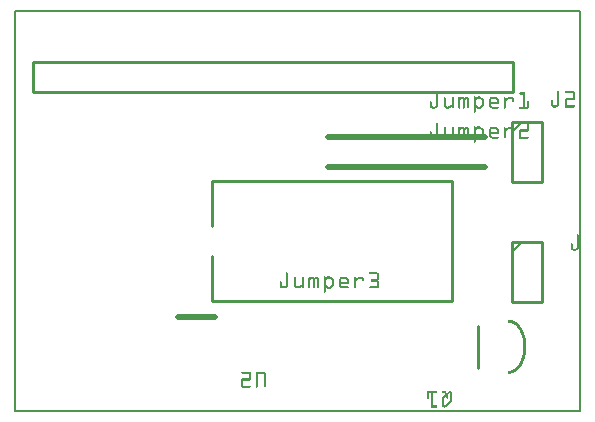
<source format=gto>
G04 MADE WITH FRITZING*
G04 WWW.FRITZING.ORG*
G04 SINGLE SIDED*
G04 HOLES NOT PLATED*
G04 CONTOUR ON CENTER OF CONTOUR VECTOR*
%ASAXBY*%
%FSLAX23Y23*%
%MOIN*%
%OFA0B0*%
%SFA1.0B1.0*%
%ADD10R,1.889760X1.338580X1.873760X1.322580*%
%ADD11C,0.008000*%
%ADD12R,1.610000X0.110000X1.590000X0.090000*%
%ADD13C,0.010000*%
%ADD14C,0.021000*%
%ADD15C,0.005000*%
%ADD16R,0.001000X0.001000*%
%LNSILK1*%
G90*
G70*
G54D11*
X4Y1335D02*
X1886Y1335D01*
X1886Y4D01*
X4Y4D01*
X4Y1335D01*
D02*
G54D13*
X64Y1168D02*
X1664Y1168D01*
X1664Y1068D01*
X64Y1068D01*
X64Y1168D01*
D02*
G54D14*
X1046Y918D02*
X1571Y918D01*
D02*
X1046Y818D02*
X1571Y818D01*
D02*
X546Y318D02*
X671Y318D01*
G54D13*
D02*
X1545Y148D02*
X1545Y288D01*
D02*
X1659Y568D02*
X1659Y368D01*
D02*
X1659Y368D02*
X1759Y368D01*
D02*
X1759Y368D02*
X1759Y568D01*
D02*
X1759Y568D02*
X1659Y568D01*
G54D15*
D02*
X1659Y533D02*
X1694Y568D01*
G54D13*
D02*
X658Y369D02*
X1458Y369D01*
D02*
X1458Y369D02*
X1458Y769D01*
D02*
X1458Y769D02*
X658Y769D01*
D02*
X658Y369D02*
X658Y519D01*
D02*
X658Y619D02*
X658Y769D01*
D02*
X1659Y968D02*
X1659Y768D01*
D02*
X1659Y768D02*
X1759Y768D01*
D02*
X1759Y768D02*
X1759Y968D01*
D02*
X1759Y968D02*
X1659Y968D01*
G54D15*
D02*
X1659Y933D02*
X1694Y968D01*
G54D16*
X1839Y1069D02*
X1862Y1069D01*
X1811Y1068D02*
X1815Y1068D01*
X1837Y1068D02*
X1866Y1068D01*
X1810Y1067D02*
X1815Y1067D01*
X1836Y1067D02*
X1867Y1067D01*
X1810Y1066D02*
X1816Y1066D01*
X1836Y1066D02*
X1868Y1066D01*
X1685Y1065D02*
X1701Y1065D01*
X1810Y1065D02*
X1816Y1065D01*
X1836Y1065D02*
X1868Y1065D01*
X1407Y1064D02*
X1411Y1064D01*
X1683Y1064D02*
X1701Y1064D01*
X1810Y1064D02*
X1816Y1064D01*
X1836Y1064D02*
X1869Y1064D01*
X1406Y1063D02*
X1412Y1063D01*
X1682Y1063D02*
X1701Y1063D01*
X1810Y1063D02*
X1816Y1063D01*
X1837Y1063D02*
X1869Y1063D01*
X1406Y1062D02*
X1412Y1062D01*
X1682Y1062D02*
X1701Y1062D01*
X1810Y1062D02*
X1816Y1062D01*
X1839Y1062D02*
X1869Y1062D01*
X1406Y1061D02*
X1412Y1061D01*
X1682Y1061D02*
X1701Y1061D01*
X1810Y1061D02*
X1816Y1061D01*
X1863Y1061D02*
X1869Y1061D01*
X1406Y1060D02*
X1412Y1060D01*
X1682Y1060D02*
X1701Y1060D01*
X1810Y1060D02*
X1816Y1060D01*
X1863Y1060D02*
X1869Y1060D01*
X1406Y1059D02*
X1412Y1059D01*
X1683Y1059D02*
X1701Y1059D01*
X1810Y1059D02*
X1816Y1059D01*
X1863Y1059D02*
X1869Y1059D01*
X1406Y1058D02*
X1412Y1058D01*
X1685Y1058D02*
X1701Y1058D01*
X1810Y1058D02*
X1816Y1058D01*
X1863Y1058D02*
X1869Y1058D01*
X1406Y1057D02*
X1412Y1057D01*
X1695Y1057D02*
X1701Y1057D01*
X1810Y1057D02*
X1816Y1057D01*
X1863Y1057D02*
X1869Y1057D01*
X1406Y1056D02*
X1412Y1056D01*
X1695Y1056D02*
X1701Y1056D01*
X1810Y1056D02*
X1816Y1056D01*
X1863Y1056D02*
X1869Y1056D01*
X1406Y1055D02*
X1412Y1055D01*
X1695Y1055D02*
X1701Y1055D01*
X1810Y1055D02*
X1816Y1055D01*
X1863Y1055D02*
X1869Y1055D01*
X1406Y1054D02*
X1412Y1054D01*
X1695Y1054D02*
X1701Y1054D01*
X1810Y1054D02*
X1816Y1054D01*
X1863Y1054D02*
X1869Y1054D01*
X1406Y1053D02*
X1412Y1053D01*
X1695Y1053D02*
X1701Y1053D01*
X1810Y1053D02*
X1816Y1053D01*
X1863Y1053D02*
X1869Y1053D01*
X1406Y1052D02*
X1412Y1052D01*
X1695Y1052D02*
X1701Y1052D01*
X1810Y1052D02*
X1816Y1052D01*
X1863Y1052D02*
X1869Y1052D01*
X1406Y1051D02*
X1412Y1051D01*
X1533Y1051D02*
X1536Y1051D01*
X1545Y1051D02*
X1553Y1051D01*
X1695Y1051D02*
X1701Y1051D01*
X1810Y1051D02*
X1816Y1051D01*
X1863Y1051D02*
X1869Y1051D01*
X1406Y1050D02*
X1412Y1050D01*
X1434Y1050D02*
X1436Y1050D01*
X1462Y1050D02*
X1463Y1050D01*
X1483Y1050D02*
X1485Y1050D01*
X1492Y1050D02*
X1495Y1050D01*
X1507Y1050D02*
X1507Y1050D01*
X1532Y1050D02*
X1537Y1050D01*
X1543Y1050D02*
X1554Y1050D01*
X1592Y1050D02*
X1605Y1050D01*
X1634Y1050D02*
X1635Y1050D01*
X1648Y1050D02*
X1657Y1050D01*
X1695Y1050D02*
X1701Y1050D01*
X1810Y1050D02*
X1816Y1050D01*
X1863Y1050D02*
X1869Y1050D01*
X1406Y1049D02*
X1412Y1049D01*
X1433Y1049D02*
X1437Y1049D01*
X1460Y1049D02*
X1464Y1049D01*
X1482Y1049D02*
X1486Y1049D01*
X1490Y1049D02*
X1497Y1049D01*
X1504Y1049D02*
X1511Y1049D01*
X1532Y1049D02*
X1538Y1049D01*
X1541Y1049D02*
X1556Y1049D01*
X1590Y1049D02*
X1607Y1049D01*
X1633Y1049D02*
X1637Y1049D01*
X1646Y1049D02*
X1660Y1049D01*
X1695Y1049D02*
X1701Y1049D01*
X1810Y1049D02*
X1816Y1049D01*
X1863Y1049D02*
X1869Y1049D01*
X1406Y1048D02*
X1412Y1048D01*
X1432Y1048D02*
X1437Y1048D01*
X1460Y1048D02*
X1465Y1048D01*
X1481Y1048D02*
X1499Y1048D01*
X1502Y1048D02*
X1512Y1048D01*
X1532Y1048D02*
X1538Y1048D01*
X1540Y1048D02*
X1557Y1048D01*
X1588Y1048D02*
X1609Y1048D01*
X1632Y1048D02*
X1637Y1048D01*
X1645Y1048D02*
X1661Y1048D01*
X1695Y1048D02*
X1701Y1048D01*
X1810Y1048D02*
X1816Y1048D01*
X1863Y1048D02*
X1869Y1048D01*
X1406Y1047D02*
X1412Y1047D01*
X1432Y1047D02*
X1438Y1047D01*
X1459Y1047D02*
X1465Y1047D01*
X1481Y1047D02*
X1513Y1047D01*
X1532Y1047D02*
X1558Y1047D01*
X1587Y1047D02*
X1610Y1047D01*
X1632Y1047D02*
X1638Y1047D01*
X1644Y1047D02*
X1662Y1047D01*
X1695Y1047D02*
X1701Y1047D01*
X1810Y1047D02*
X1816Y1047D01*
X1863Y1047D02*
X1869Y1047D01*
X1406Y1046D02*
X1412Y1046D01*
X1432Y1046D02*
X1438Y1046D01*
X1459Y1046D02*
X1465Y1046D01*
X1481Y1046D02*
X1514Y1046D01*
X1532Y1046D02*
X1559Y1046D01*
X1586Y1046D02*
X1611Y1046D01*
X1632Y1046D02*
X1638Y1046D01*
X1643Y1046D02*
X1663Y1046D01*
X1695Y1046D02*
X1701Y1046D01*
X1810Y1046D02*
X1816Y1046D01*
X1863Y1046D02*
X1869Y1046D01*
X1406Y1045D02*
X1412Y1045D01*
X1432Y1045D02*
X1438Y1045D01*
X1459Y1045D02*
X1465Y1045D01*
X1481Y1045D02*
X1514Y1045D01*
X1532Y1045D02*
X1561Y1045D01*
X1585Y1045D02*
X1612Y1045D01*
X1632Y1045D02*
X1638Y1045D01*
X1641Y1045D02*
X1664Y1045D01*
X1695Y1045D02*
X1701Y1045D01*
X1810Y1045D02*
X1816Y1045D01*
X1840Y1045D02*
X1869Y1045D01*
X1406Y1044D02*
X1412Y1044D01*
X1432Y1044D02*
X1438Y1044D01*
X1459Y1044D02*
X1465Y1044D01*
X1481Y1044D02*
X1515Y1044D01*
X1532Y1044D02*
X1545Y1044D01*
X1552Y1044D02*
X1562Y1044D01*
X1584Y1044D02*
X1613Y1044D01*
X1632Y1044D02*
X1638Y1044D01*
X1640Y1044D02*
X1664Y1044D01*
X1695Y1044D02*
X1701Y1044D01*
X1810Y1044D02*
X1816Y1044D01*
X1839Y1044D02*
X1869Y1044D01*
X1406Y1043D02*
X1412Y1043D01*
X1432Y1043D02*
X1438Y1043D01*
X1459Y1043D02*
X1465Y1043D01*
X1481Y1043D02*
X1492Y1043D01*
X1495Y1043D02*
X1506Y1043D01*
X1508Y1043D02*
X1515Y1043D01*
X1532Y1043D02*
X1544Y1043D01*
X1553Y1043D02*
X1563Y1043D01*
X1583Y1043D02*
X1592Y1043D01*
X1604Y1043D02*
X1614Y1043D01*
X1632Y1043D02*
X1649Y1043D01*
X1657Y1043D02*
X1665Y1043D01*
X1695Y1043D02*
X1701Y1043D01*
X1810Y1043D02*
X1816Y1043D01*
X1837Y1043D02*
X1869Y1043D01*
X1406Y1042D02*
X1412Y1042D01*
X1432Y1042D02*
X1438Y1042D01*
X1459Y1042D02*
X1465Y1042D01*
X1481Y1042D02*
X1491Y1042D01*
X1495Y1042D02*
X1505Y1042D01*
X1509Y1042D02*
X1515Y1042D01*
X1532Y1042D02*
X1543Y1042D01*
X1554Y1042D02*
X1563Y1042D01*
X1583Y1042D02*
X1591Y1042D01*
X1606Y1042D02*
X1614Y1042D01*
X1632Y1042D02*
X1648Y1042D01*
X1658Y1042D02*
X1665Y1042D01*
X1695Y1042D02*
X1701Y1042D01*
X1810Y1042D02*
X1816Y1042D01*
X1837Y1042D02*
X1868Y1042D01*
X1406Y1041D02*
X1412Y1041D01*
X1432Y1041D02*
X1438Y1041D01*
X1459Y1041D02*
X1465Y1041D01*
X1481Y1041D02*
X1490Y1041D01*
X1496Y1041D02*
X1504Y1041D01*
X1509Y1041D02*
X1515Y1041D01*
X1532Y1041D02*
X1542Y1041D01*
X1555Y1041D02*
X1564Y1041D01*
X1582Y1041D02*
X1590Y1041D01*
X1608Y1041D02*
X1615Y1041D01*
X1632Y1041D02*
X1647Y1041D01*
X1659Y1041D02*
X1665Y1041D01*
X1695Y1041D02*
X1701Y1041D01*
X1810Y1041D02*
X1816Y1041D01*
X1836Y1041D02*
X1868Y1041D01*
X1406Y1040D02*
X1412Y1040D01*
X1432Y1040D02*
X1438Y1040D01*
X1459Y1040D02*
X1465Y1040D01*
X1481Y1040D02*
X1489Y1040D01*
X1496Y1040D02*
X1502Y1040D01*
X1509Y1040D02*
X1515Y1040D01*
X1532Y1040D02*
X1541Y1040D01*
X1557Y1040D02*
X1565Y1040D01*
X1582Y1040D02*
X1589Y1040D01*
X1608Y1040D02*
X1615Y1040D01*
X1632Y1040D02*
X1645Y1040D01*
X1659Y1040D02*
X1665Y1040D01*
X1695Y1040D02*
X1701Y1040D01*
X1810Y1040D02*
X1816Y1040D01*
X1836Y1040D02*
X1866Y1040D01*
X1406Y1039D02*
X1412Y1039D01*
X1432Y1039D02*
X1438Y1039D01*
X1459Y1039D02*
X1465Y1039D01*
X1481Y1039D02*
X1488Y1039D01*
X1496Y1039D02*
X1502Y1039D01*
X1509Y1039D02*
X1515Y1039D01*
X1532Y1039D02*
X1540Y1039D01*
X1558Y1039D02*
X1565Y1039D01*
X1582Y1039D02*
X1588Y1039D01*
X1609Y1039D02*
X1615Y1039D01*
X1632Y1039D02*
X1644Y1039D01*
X1659Y1039D02*
X1665Y1039D01*
X1695Y1039D02*
X1701Y1039D01*
X1791Y1039D02*
X1793Y1039D01*
X1810Y1039D02*
X1816Y1039D01*
X1836Y1039D02*
X1865Y1039D01*
X1406Y1038D02*
X1412Y1038D01*
X1432Y1038D02*
X1438Y1038D01*
X1459Y1038D02*
X1465Y1038D01*
X1481Y1038D02*
X1487Y1038D01*
X1496Y1038D02*
X1502Y1038D01*
X1509Y1038D02*
X1515Y1038D01*
X1532Y1038D02*
X1539Y1038D01*
X1559Y1038D02*
X1565Y1038D01*
X1582Y1038D02*
X1588Y1038D01*
X1609Y1038D02*
X1615Y1038D01*
X1632Y1038D02*
X1643Y1038D01*
X1659Y1038D02*
X1665Y1038D01*
X1695Y1038D02*
X1701Y1038D01*
X1790Y1038D02*
X1794Y1038D01*
X1810Y1038D02*
X1816Y1038D01*
X1836Y1038D02*
X1842Y1038D01*
X1406Y1037D02*
X1412Y1037D01*
X1432Y1037D02*
X1438Y1037D01*
X1459Y1037D02*
X1465Y1037D01*
X1481Y1037D02*
X1487Y1037D01*
X1496Y1037D02*
X1502Y1037D01*
X1509Y1037D02*
X1515Y1037D01*
X1532Y1037D02*
X1538Y1037D01*
X1559Y1037D02*
X1565Y1037D01*
X1582Y1037D02*
X1588Y1037D01*
X1609Y1037D02*
X1615Y1037D01*
X1632Y1037D02*
X1642Y1037D01*
X1659Y1037D02*
X1665Y1037D01*
X1695Y1037D02*
X1701Y1037D01*
X1789Y1037D02*
X1795Y1037D01*
X1810Y1037D02*
X1816Y1037D01*
X1836Y1037D02*
X1842Y1037D01*
X1406Y1036D02*
X1412Y1036D01*
X1432Y1036D02*
X1438Y1036D01*
X1459Y1036D02*
X1465Y1036D01*
X1481Y1036D02*
X1487Y1036D01*
X1496Y1036D02*
X1502Y1036D01*
X1509Y1036D02*
X1515Y1036D01*
X1532Y1036D02*
X1538Y1036D01*
X1559Y1036D02*
X1565Y1036D01*
X1582Y1036D02*
X1588Y1036D01*
X1609Y1036D02*
X1615Y1036D01*
X1632Y1036D02*
X1641Y1036D01*
X1660Y1036D02*
X1665Y1036D01*
X1695Y1036D02*
X1701Y1036D01*
X1789Y1036D02*
X1795Y1036D01*
X1810Y1036D02*
X1816Y1036D01*
X1836Y1036D02*
X1842Y1036D01*
X1387Y1035D02*
X1390Y1035D01*
X1406Y1035D02*
X1412Y1035D01*
X1432Y1035D02*
X1438Y1035D01*
X1459Y1035D02*
X1465Y1035D01*
X1481Y1035D02*
X1487Y1035D01*
X1496Y1035D02*
X1502Y1035D01*
X1509Y1035D02*
X1515Y1035D01*
X1532Y1035D02*
X1538Y1035D01*
X1559Y1035D02*
X1565Y1035D01*
X1582Y1035D02*
X1588Y1035D01*
X1609Y1035D02*
X1615Y1035D01*
X1632Y1035D02*
X1640Y1035D01*
X1661Y1035D02*
X1664Y1035D01*
X1695Y1035D02*
X1701Y1035D01*
X1711Y1035D02*
X1714Y1035D01*
X1789Y1035D02*
X1795Y1035D01*
X1810Y1035D02*
X1816Y1035D01*
X1836Y1035D02*
X1842Y1035D01*
X1386Y1034D02*
X1391Y1034D01*
X1406Y1034D02*
X1412Y1034D01*
X1432Y1034D02*
X1438Y1034D01*
X1459Y1034D02*
X1465Y1034D01*
X1481Y1034D02*
X1487Y1034D01*
X1496Y1034D02*
X1502Y1034D01*
X1509Y1034D02*
X1515Y1034D01*
X1532Y1034D02*
X1538Y1034D01*
X1559Y1034D02*
X1565Y1034D01*
X1582Y1034D02*
X1588Y1034D01*
X1609Y1034D02*
X1615Y1034D01*
X1632Y1034D02*
X1638Y1034D01*
X1695Y1034D02*
X1701Y1034D01*
X1710Y1034D02*
X1715Y1034D01*
X1789Y1034D02*
X1795Y1034D01*
X1810Y1034D02*
X1816Y1034D01*
X1836Y1034D02*
X1842Y1034D01*
X1385Y1033D02*
X1391Y1033D01*
X1406Y1033D02*
X1412Y1033D01*
X1432Y1033D02*
X1438Y1033D01*
X1459Y1033D02*
X1465Y1033D01*
X1481Y1033D02*
X1487Y1033D01*
X1496Y1033D02*
X1502Y1033D01*
X1509Y1033D02*
X1515Y1033D01*
X1532Y1033D02*
X1538Y1033D01*
X1559Y1033D02*
X1565Y1033D01*
X1582Y1033D02*
X1588Y1033D01*
X1609Y1033D02*
X1615Y1033D01*
X1632Y1033D02*
X1638Y1033D01*
X1695Y1033D02*
X1701Y1033D01*
X1709Y1033D02*
X1715Y1033D01*
X1789Y1033D02*
X1795Y1033D01*
X1810Y1033D02*
X1816Y1033D01*
X1836Y1033D02*
X1842Y1033D01*
X1385Y1032D02*
X1391Y1032D01*
X1406Y1032D02*
X1412Y1032D01*
X1432Y1032D02*
X1438Y1032D01*
X1459Y1032D02*
X1465Y1032D01*
X1481Y1032D02*
X1487Y1032D01*
X1496Y1032D02*
X1502Y1032D01*
X1509Y1032D02*
X1515Y1032D01*
X1532Y1032D02*
X1538Y1032D01*
X1559Y1032D02*
X1565Y1032D01*
X1582Y1032D02*
X1615Y1032D01*
X1632Y1032D02*
X1638Y1032D01*
X1695Y1032D02*
X1701Y1032D01*
X1709Y1032D02*
X1715Y1032D01*
X1789Y1032D02*
X1795Y1032D01*
X1810Y1032D02*
X1816Y1032D01*
X1836Y1032D02*
X1842Y1032D01*
X1385Y1031D02*
X1391Y1031D01*
X1406Y1031D02*
X1412Y1031D01*
X1432Y1031D02*
X1438Y1031D01*
X1459Y1031D02*
X1465Y1031D01*
X1481Y1031D02*
X1487Y1031D01*
X1496Y1031D02*
X1502Y1031D01*
X1509Y1031D02*
X1515Y1031D01*
X1532Y1031D02*
X1538Y1031D01*
X1559Y1031D02*
X1565Y1031D01*
X1582Y1031D02*
X1615Y1031D01*
X1632Y1031D02*
X1638Y1031D01*
X1695Y1031D02*
X1701Y1031D01*
X1709Y1031D02*
X1715Y1031D01*
X1789Y1031D02*
X1795Y1031D01*
X1810Y1031D02*
X1816Y1031D01*
X1836Y1031D02*
X1842Y1031D01*
X1385Y1030D02*
X1391Y1030D01*
X1406Y1030D02*
X1412Y1030D01*
X1432Y1030D02*
X1438Y1030D01*
X1459Y1030D02*
X1465Y1030D01*
X1481Y1030D02*
X1487Y1030D01*
X1496Y1030D02*
X1502Y1030D01*
X1509Y1030D02*
X1515Y1030D01*
X1532Y1030D02*
X1538Y1030D01*
X1559Y1030D02*
X1565Y1030D01*
X1582Y1030D02*
X1615Y1030D01*
X1632Y1030D02*
X1638Y1030D01*
X1695Y1030D02*
X1701Y1030D01*
X1709Y1030D02*
X1715Y1030D01*
X1789Y1030D02*
X1795Y1030D01*
X1810Y1030D02*
X1816Y1030D01*
X1836Y1030D02*
X1842Y1030D01*
X1385Y1029D02*
X1391Y1029D01*
X1406Y1029D02*
X1412Y1029D01*
X1432Y1029D02*
X1438Y1029D01*
X1459Y1029D02*
X1465Y1029D01*
X1481Y1029D02*
X1487Y1029D01*
X1496Y1029D02*
X1502Y1029D01*
X1509Y1029D02*
X1515Y1029D01*
X1532Y1029D02*
X1538Y1029D01*
X1559Y1029D02*
X1565Y1029D01*
X1582Y1029D02*
X1615Y1029D01*
X1632Y1029D02*
X1638Y1029D01*
X1695Y1029D02*
X1701Y1029D01*
X1709Y1029D02*
X1715Y1029D01*
X1789Y1029D02*
X1795Y1029D01*
X1810Y1029D02*
X1816Y1029D01*
X1836Y1029D02*
X1842Y1029D01*
X1385Y1028D02*
X1391Y1028D01*
X1406Y1028D02*
X1412Y1028D01*
X1432Y1028D02*
X1438Y1028D01*
X1459Y1028D02*
X1465Y1028D01*
X1481Y1028D02*
X1487Y1028D01*
X1496Y1028D02*
X1502Y1028D01*
X1509Y1028D02*
X1515Y1028D01*
X1532Y1028D02*
X1538Y1028D01*
X1559Y1028D02*
X1565Y1028D01*
X1582Y1028D02*
X1615Y1028D01*
X1632Y1028D02*
X1638Y1028D01*
X1695Y1028D02*
X1701Y1028D01*
X1709Y1028D02*
X1715Y1028D01*
X1789Y1028D02*
X1795Y1028D01*
X1810Y1028D02*
X1816Y1028D01*
X1836Y1028D02*
X1842Y1028D01*
X1385Y1027D02*
X1391Y1027D01*
X1406Y1027D02*
X1412Y1027D01*
X1432Y1027D02*
X1438Y1027D01*
X1459Y1027D02*
X1465Y1027D01*
X1481Y1027D02*
X1487Y1027D01*
X1496Y1027D02*
X1502Y1027D01*
X1509Y1027D02*
X1515Y1027D01*
X1532Y1027D02*
X1538Y1027D01*
X1559Y1027D02*
X1565Y1027D01*
X1582Y1027D02*
X1615Y1027D01*
X1632Y1027D02*
X1638Y1027D01*
X1695Y1027D02*
X1701Y1027D01*
X1709Y1027D02*
X1715Y1027D01*
X1789Y1027D02*
X1795Y1027D01*
X1810Y1027D02*
X1816Y1027D01*
X1836Y1027D02*
X1842Y1027D01*
X1385Y1026D02*
X1391Y1026D01*
X1406Y1026D02*
X1412Y1026D01*
X1432Y1026D02*
X1438Y1026D01*
X1459Y1026D02*
X1465Y1026D01*
X1481Y1026D02*
X1487Y1026D01*
X1496Y1026D02*
X1502Y1026D01*
X1509Y1026D02*
X1515Y1026D01*
X1532Y1026D02*
X1538Y1026D01*
X1559Y1026D02*
X1565Y1026D01*
X1582Y1026D02*
X1613Y1026D01*
X1632Y1026D02*
X1638Y1026D01*
X1695Y1026D02*
X1701Y1026D01*
X1709Y1026D02*
X1715Y1026D01*
X1789Y1026D02*
X1795Y1026D01*
X1810Y1026D02*
X1816Y1026D01*
X1836Y1026D02*
X1842Y1026D01*
X1385Y1025D02*
X1391Y1025D01*
X1406Y1025D02*
X1412Y1025D01*
X1433Y1025D02*
X1439Y1025D01*
X1459Y1025D02*
X1465Y1025D01*
X1481Y1025D02*
X1487Y1025D01*
X1496Y1025D02*
X1502Y1025D01*
X1509Y1025D02*
X1515Y1025D01*
X1532Y1025D02*
X1538Y1025D01*
X1559Y1025D02*
X1565Y1025D01*
X1582Y1025D02*
X1588Y1025D01*
X1632Y1025D02*
X1638Y1025D01*
X1695Y1025D02*
X1701Y1025D01*
X1709Y1025D02*
X1715Y1025D01*
X1789Y1025D02*
X1795Y1025D01*
X1810Y1025D02*
X1816Y1025D01*
X1836Y1025D02*
X1842Y1025D01*
X1385Y1024D02*
X1391Y1024D01*
X1406Y1024D02*
X1412Y1024D01*
X1433Y1024D02*
X1439Y1024D01*
X1458Y1024D02*
X1465Y1024D01*
X1481Y1024D02*
X1487Y1024D01*
X1496Y1024D02*
X1502Y1024D01*
X1509Y1024D02*
X1515Y1024D01*
X1532Y1024D02*
X1538Y1024D01*
X1559Y1024D02*
X1565Y1024D01*
X1582Y1024D02*
X1588Y1024D01*
X1632Y1024D02*
X1638Y1024D01*
X1695Y1024D02*
X1701Y1024D01*
X1709Y1024D02*
X1715Y1024D01*
X1789Y1024D02*
X1795Y1024D01*
X1809Y1024D02*
X1816Y1024D01*
X1836Y1024D02*
X1842Y1024D01*
X1385Y1023D02*
X1391Y1023D01*
X1406Y1023D02*
X1412Y1023D01*
X1433Y1023D02*
X1439Y1023D01*
X1456Y1023D02*
X1465Y1023D01*
X1481Y1023D02*
X1487Y1023D01*
X1496Y1023D02*
X1502Y1023D01*
X1510Y1023D02*
X1516Y1023D01*
X1532Y1023D02*
X1539Y1023D01*
X1559Y1023D02*
X1565Y1023D01*
X1582Y1023D02*
X1588Y1023D01*
X1632Y1023D02*
X1638Y1023D01*
X1695Y1023D02*
X1701Y1023D01*
X1709Y1023D02*
X1715Y1023D01*
X1789Y1023D02*
X1796Y1023D01*
X1809Y1023D02*
X1815Y1023D01*
X1836Y1023D02*
X1842Y1023D01*
X1385Y1022D02*
X1391Y1022D01*
X1406Y1022D02*
X1412Y1022D01*
X1433Y1022D02*
X1439Y1022D01*
X1454Y1022D02*
X1465Y1022D01*
X1481Y1022D02*
X1487Y1022D01*
X1496Y1022D02*
X1502Y1022D01*
X1510Y1022D02*
X1516Y1022D01*
X1532Y1022D02*
X1540Y1022D01*
X1558Y1022D02*
X1565Y1022D01*
X1582Y1022D02*
X1588Y1022D01*
X1632Y1022D02*
X1638Y1022D01*
X1695Y1022D02*
X1701Y1022D01*
X1709Y1022D02*
X1715Y1022D01*
X1790Y1022D02*
X1798Y1022D01*
X1807Y1022D02*
X1815Y1022D01*
X1836Y1022D02*
X1842Y1022D01*
X1385Y1021D02*
X1391Y1021D01*
X1406Y1021D02*
X1412Y1021D01*
X1433Y1021D02*
X1439Y1021D01*
X1453Y1021D02*
X1465Y1021D01*
X1481Y1021D02*
X1487Y1021D01*
X1496Y1021D02*
X1502Y1021D01*
X1510Y1021D02*
X1516Y1021D01*
X1532Y1021D02*
X1541Y1021D01*
X1557Y1021D02*
X1565Y1021D01*
X1582Y1021D02*
X1589Y1021D01*
X1632Y1021D02*
X1638Y1021D01*
X1695Y1021D02*
X1701Y1021D01*
X1709Y1021D02*
X1715Y1021D01*
X1790Y1021D02*
X1815Y1021D01*
X1836Y1021D02*
X1868Y1021D01*
X1385Y1020D02*
X1392Y1020D01*
X1406Y1020D02*
X1412Y1020D01*
X1433Y1020D02*
X1439Y1020D01*
X1451Y1020D02*
X1465Y1020D01*
X1481Y1020D02*
X1487Y1020D01*
X1496Y1020D02*
X1502Y1020D01*
X1510Y1020D02*
X1516Y1020D01*
X1532Y1020D02*
X1542Y1020D01*
X1555Y1020D02*
X1564Y1020D01*
X1582Y1020D02*
X1590Y1020D01*
X1632Y1020D02*
X1638Y1020D01*
X1695Y1020D02*
X1701Y1020D01*
X1709Y1020D02*
X1715Y1020D01*
X1791Y1020D02*
X1814Y1020D01*
X1836Y1020D02*
X1869Y1020D01*
X1386Y1019D02*
X1392Y1019D01*
X1405Y1019D02*
X1412Y1019D01*
X1433Y1019D02*
X1440Y1019D01*
X1450Y1019D02*
X1465Y1019D01*
X1481Y1019D02*
X1487Y1019D01*
X1496Y1019D02*
X1502Y1019D01*
X1510Y1019D02*
X1516Y1019D01*
X1532Y1019D02*
X1543Y1019D01*
X1554Y1019D02*
X1563Y1019D01*
X1583Y1019D02*
X1591Y1019D01*
X1632Y1019D02*
X1638Y1019D01*
X1695Y1019D02*
X1701Y1019D01*
X1709Y1019D02*
X1715Y1019D01*
X1791Y1019D02*
X1814Y1019D01*
X1836Y1019D02*
X1869Y1019D01*
X1386Y1018D02*
X1394Y1018D01*
X1403Y1018D02*
X1411Y1018D01*
X1433Y1018D02*
X1441Y1018D01*
X1448Y1018D02*
X1465Y1018D01*
X1481Y1018D02*
X1487Y1018D01*
X1496Y1018D02*
X1502Y1018D01*
X1510Y1018D02*
X1516Y1018D01*
X1532Y1018D02*
X1544Y1018D01*
X1553Y1018D02*
X1563Y1018D01*
X1583Y1018D02*
X1593Y1018D01*
X1632Y1018D02*
X1638Y1018D01*
X1695Y1018D02*
X1702Y1018D01*
X1709Y1018D02*
X1715Y1018D01*
X1792Y1018D02*
X1813Y1018D01*
X1836Y1018D02*
X1869Y1018D01*
X1386Y1017D02*
X1411Y1017D01*
X1434Y1017D02*
X1465Y1017D01*
X1481Y1017D02*
X1487Y1017D01*
X1496Y1017D02*
X1502Y1017D01*
X1510Y1017D02*
X1516Y1017D01*
X1532Y1017D02*
X1546Y1017D01*
X1552Y1017D02*
X1562Y1017D01*
X1584Y1017D02*
X1614Y1017D01*
X1632Y1017D02*
X1638Y1017D01*
X1683Y1017D02*
X1715Y1017D01*
X1793Y1017D02*
X1811Y1017D01*
X1836Y1017D02*
X1869Y1017D01*
X1387Y1016D02*
X1410Y1016D01*
X1434Y1016D02*
X1457Y1016D01*
X1459Y1016D02*
X1465Y1016D01*
X1481Y1016D02*
X1487Y1016D01*
X1496Y1016D02*
X1502Y1016D01*
X1510Y1016D02*
X1516Y1016D01*
X1532Y1016D02*
X1560Y1016D01*
X1585Y1016D02*
X1615Y1016D01*
X1632Y1016D02*
X1638Y1016D01*
X1682Y1016D02*
X1715Y1016D01*
X1795Y1016D02*
X1810Y1016D01*
X1836Y1016D02*
X1868Y1016D01*
X1387Y1015D02*
X1410Y1015D01*
X1435Y1015D02*
X1456Y1015D01*
X1459Y1015D02*
X1465Y1015D01*
X1481Y1015D02*
X1487Y1015D01*
X1496Y1015D02*
X1502Y1015D01*
X1510Y1015D02*
X1516Y1015D01*
X1532Y1015D02*
X1559Y1015D01*
X1586Y1015D02*
X1615Y1015D01*
X1632Y1015D02*
X1638Y1015D01*
X1682Y1015D02*
X1715Y1015D01*
X1798Y1015D02*
X1807Y1015D01*
X1836Y1015D02*
X1866Y1015D01*
X1388Y1014D02*
X1409Y1014D01*
X1436Y1014D02*
X1454Y1014D01*
X1459Y1014D02*
X1465Y1014D01*
X1481Y1014D02*
X1487Y1014D01*
X1496Y1014D02*
X1501Y1014D01*
X1510Y1014D02*
X1516Y1014D01*
X1532Y1014D02*
X1558Y1014D01*
X1587Y1014D02*
X1615Y1014D01*
X1632Y1014D02*
X1638Y1014D01*
X1682Y1014D02*
X1715Y1014D01*
X1389Y1013D02*
X1408Y1013D01*
X1437Y1013D02*
X1452Y1013D01*
X1460Y1013D02*
X1465Y1013D01*
X1482Y1013D02*
X1487Y1013D01*
X1496Y1013D02*
X1501Y1013D01*
X1510Y1013D02*
X1516Y1013D01*
X1532Y1013D02*
X1538Y1013D01*
X1540Y1013D02*
X1557Y1013D01*
X1588Y1013D02*
X1615Y1013D01*
X1632Y1013D02*
X1637Y1013D01*
X1682Y1013D02*
X1715Y1013D01*
X1391Y1012D02*
X1406Y1012D01*
X1438Y1012D02*
X1451Y1012D01*
X1460Y1012D02*
X1464Y1012D01*
X1482Y1012D02*
X1486Y1012D01*
X1497Y1012D02*
X1501Y1012D01*
X1511Y1012D02*
X1515Y1012D01*
X1532Y1012D02*
X1538Y1012D01*
X1541Y1012D02*
X1556Y1012D01*
X1590Y1012D02*
X1614Y1012D01*
X1633Y1012D02*
X1637Y1012D01*
X1683Y1012D02*
X1714Y1012D01*
X1394Y1011D02*
X1403Y1011D01*
X1441Y1011D02*
X1448Y1011D01*
X1462Y1011D02*
X1463Y1011D01*
X1484Y1011D02*
X1484Y1011D01*
X1498Y1011D02*
X1499Y1011D01*
X1513Y1011D02*
X1513Y1011D01*
X1532Y1011D02*
X1538Y1011D01*
X1543Y1011D02*
X1554Y1011D01*
X1593Y1011D02*
X1613Y1011D01*
X1634Y1011D02*
X1635Y1011D01*
X1684Y1011D02*
X1712Y1011D01*
X1532Y1010D02*
X1538Y1010D01*
X1545Y1010D02*
X1552Y1010D01*
X1532Y1009D02*
X1538Y1009D01*
X1532Y1008D02*
X1538Y1008D01*
X1532Y1007D02*
X1538Y1007D01*
X1532Y1006D02*
X1538Y1006D01*
X1532Y1005D02*
X1538Y1005D01*
X1532Y1004D02*
X1538Y1004D01*
X1532Y1003D02*
X1538Y1003D01*
X1532Y1002D02*
X1538Y1002D01*
X1532Y1001D02*
X1538Y1001D01*
X1532Y1000D02*
X1538Y1000D01*
X1532Y999D02*
X1538Y999D01*
X1532Y998D02*
X1537Y998D01*
X1533Y997D02*
X1536Y997D01*
X1685Y965D02*
X1709Y965D01*
X1407Y964D02*
X1411Y964D01*
X1683Y964D02*
X1712Y964D01*
X1406Y963D02*
X1412Y963D01*
X1682Y963D02*
X1713Y963D01*
X1406Y962D02*
X1412Y962D01*
X1682Y962D02*
X1714Y962D01*
X1406Y961D02*
X1412Y961D01*
X1682Y961D02*
X1715Y961D01*
X1406Y960D02*
X1412Y960D01*
X1682Y960D02*
X1715Y960D01*
X1406Y959D02*
X1412Y959D01*
X1683Y959D02*
X1715Y959D01*
X1406Y958D02*
X1412Y958D01*
X1709Y958D02*
X1715Y958D01*
X1406Y957D02*
X1412Y957D01*
X1709Y957D02*
X1715Y957D01*
X1406Y956D02*
X1412Y956D01*
X1709Y956D02*
X1715Y956D01*
X1406Y955D02*
X1412Y955D01*
X1709Y955D02*
X1715Y955D01*
X1406Y954D02*
X1412Y954D01*
X1709Y954D02*
X1715Y954D01*
X1406Y953D02*
X1412Y953D01*
X1709Y953D02*
X1715Y953D01*
X1406Y952D02*
X1412Y952D01*
X1709Y952D02*
X1715Y952D01*
X1406Y951D02*
X1412Y951D01*
X1533Y951D02*
X1536Y951D01*
X1544Y951D02*
X1553Y951D01*
X1709Y951D02*
X1715Y951D01*
X1406Y950D02*
X1412Y950D01*
X1434Y950D02*
X1436Y950D01*
X1461Y950D02*
X1463Y950D01*
X1483Y950D02*
X1485Y950D01*
X1492Y950D02*
X1495Y950D01*
X1506Y950D02*
X1508Y950D01*
X1532Y950D02*
X1537Y950D01*
X1543Y950D02*
X1555Y950D01*
X1592Y950D02*
X1605Y950D01*
X1634Y950D02*
X1636Y950D01*
X1647Y950D02*
X1657Y950D01*
X1709Y950D02*
X1715Y950D01*
X1406Y949D02*
X1412Y949D01*
X1433Y949D02*
X1437Y949D01*
X1460Y949D02*
X1465Y949D01*
X1482Y949D02*
X1486Y949D01*
X1490Y949D02*
X1498Y949D01*
X1504Y949D02*
X1511Y949D01*
X1532Y949D02*
X1538Y949D01*
X1541Y949D02*
X1556Y949D01*
X1590Y949D02*
X1607Y949D01*
X1633Y949D02*
X1637Y949D01*
X1646Y949D02*
X1660Y949D01*
X1709Y949D02*
X1715Y949D01*
X1406Y948D02*
X1412Y948D01*
X1432Y948D02*
X1438Y948D01*
X1460Y948D02*
X1465Y948D01*
X1481Y948D02*
X1499Y948D01*
X1502Y948D02*
X1512Y948D01*
X1532Y948D02*
X1538Y948D01*
X1540Y948D02*
X1557Y948D01*
X1588Y948D02*
X1609Y948D01*
X1632Y948D02*
X1637Y948D01*
X1645Y948D02*
X1661Y948D01*
X1709Y948D02*
X1715Y948D01*
X1406Y947D02*
X1412Y947D01*
X1432Y947D02*
X1438Y947D01*
X1459Y947D02*
X1465Y947D01*
X1481Y947D02*
X1513Y947D01*
X1532Y947D02*
X1558Y947D01*
X1587Y947D02*
X1610Y947D01*
X1632Y947D02*
X1638Y947D01*
X1644Y947D02*
X1662Y947D01*
X1709Y947D02*
X1715Y947D01*
X1406Y946D02*
X1412Y946D01*
X1432Y946D02*
X1438Y946D01*
X1459Y946D02*
X1465Y946D01*
X1481Y946D02*
X1514Y946D01*
X1532Y946D02*
X1560Y946D01*
X1586Y946D02*
X1611Y946D01*
X1632Y946D02*
X1638Y946D01*
X1643Y946D02*
X1663Y946D01*
X1709Y946D02*
X1715Y946D01*
X1406Y945D02*
X1412Y945D01*
X1432Y945D02*
X1438Y945D01*
X1459Y945D02*
X1465Y945D01*
X1481Y945D02*
X1514Y945D01*
X1532Y945D02*
X1561Y945D01*
X1585Y945D02*
X1612Y945D01*
X1632Y945D02*
X1638Y945D01*
X1641Y945D02*
X1664Y945D01*
X1709Y945D02*
X1715Y945D01*
X1406Y944D02*
X1412Y944D01*
X1432Y944D02*
X1438Y944D01*
X1459Y944D02*
X1465Y944D01*
X1481Y944D02*
X1515Y944D01*
X1532Y944D02*
X1545Y944D01*
X1552Y944D02*
X1562Y944D01*
X1584Y944D02*
X1613Y944D01*
X1632Y944D02*
X1638Y944D01*
X1640Y944D02*
X1664Y944D01*
X1709Y944D02*
X1715Y944D01*
X1406Y943D02*
X1412Y943D01*
X1432Y943D02*
X1438Y943D01*
X1459Y943D02*
X1465Y943D01*
X1481Y943D02*
X1492Y943D01*
X1495Y943D02*
X1506Y943D01*
X1508Y943D02*
X1515Y943D01*
X1532Y943D02*
X1544Y943D01*
X1553Y943D02*
X1563Y943D01*
X1583Y943D02*
X1592Y943D01*
X1605Y943D02*
X1614Y943D01*
X1632Y943D02*
X1649Y943D01*
X1657Y943D02*
X1665Y943D01*
X1709Y943D02*
X1715Y943D01*
X1406Y942D02*
X1412Y942D01*
X1432Y942D02*
X1438Y942D01*
X1459Y942D02*
X1465Y942D01*
X1481Y942D02*
X1491Y942D01*
X1495Y942D02*
X1505Y942D01*
X1509Y942D02*
X1515Y942D01*
X1532Y942D02*
X1543Y942D01*
X1554Y942D02*
X1563Y942D01*
X1583Y942D02*
X1591Y942D01*
X1606Y942D02*
X1614Y942D01*
X1632Y942D02*
X1648Y942D01*
X1658Y942D02*
X1665Y942D01*
X1709Y942D02*
X1715Y942D01*
X1406Y941D02*
X1412Y941D01*
X1432Y941D02*
X1438Y941D01*
X1459Y941D02*
X1465Y941D01*
X1481Y941D02*
X1490Y941D01*
X1496Y941D02*
X1504Y941D01*
X1509Y941D02*
X1515Y941D01*
X1532Y941D02*
X1542Y941D01*
X1556Y941D02*
X1564Y941D01*
X1582Y941D02*
X1590Y941D01*
X1608Y941D02*
X1615Y941D01*
X1632Y941D02*
X1647Y941D01*
X1659Y941D02*
X1665Y941D01*
X1686Y941D02*
X1715Y941D01*
X1406Y940D02*
X1412Y940D01*
X1432Y940D02*
X1438Y940D01*
X1459Y940D02*
X1465Y940D01*
X1481Y940D02*
X1489Y940D01*
X1496Y940D02*
X1502Y940D01*
X1509Y940D02*
X1515Y940D01*
X1532Y940D02*
X1541Y940D01*
X1557Y940D02*
X1565Y940D01*
X1582Y940D02*
X1589Y940D01*
X1608Y940D02*
X1615Y940D01*
X1632Y940D02*
X1645Y940D01*
X1659Y940D02*
X1665Y940D01*
X1685Y940D02*
X1715Y940D01*
X1406Y939D02*
X1412Y939D01*
X1432Y939D02*
X1438Y939D01*
X1459Y939D02*
X1465Y939D01*
X1481Y939D02*
X1488Y939D01*
X1496Y939D02*
X1502Y939D01*
X1509Y939D02*
X1515Y939D01*
X1532Y939D02*
X1540Y939D01*
X1558Y939D02*
X1565Y939D01*
X1582Y939D02*
X1588Y939D01*
X1609Y939D02*
X1615Y939D01*
X1632Y939D02*
X1644Y939D01*
X1659Y939D02*
X1665Y939D01*
X1683Y939D02*
X1715Y939D01*
X1406Y938D02*
X1412Y938D01*
X1432Y938D02*
X1438Y938D01*
X1459Y938D02*
X1465Y938D01*
X1481Y938D02*
X1487Y938D01*
X1496Y938D02*
X1502Y938D01*
X1509Y938D02*
X1515Y938D01*
X1532Y938D02*
X1539Y938D01*
X1559Y938D02*
X1565Y938D01*
X1582Y938D02*
X1588Y938D01*
X1609Y938D02*
X1615Y938D01*
X1632Y938D02*
X1643Y938D01*
X1659Y938D02*
X1665Y938D01*
X1683Y938D02*
X1714Y938D01*
X1406Y937D02*
X1412Y937D01*
X1432Y937D02*
X1438Y937D01*
X1459Y937D02*
X1465Y937D01*
X1481Y937D02*
X1487Y937D01*
X1496Y937D02*
X1502Y937D01*
X1509Y937D02*
X1515Y937D01*
X1532Y937D02*
X1538Y937D01*
X1559Y937D02*
X1565Y937D01*
X1582Y937D02*
X1588Y937D01*
X1609Y937D02*
X1615Y937D01*
X1632Y937D02*
X1642Y937D01*
X1659Y937D02*
X1665Y937D01*
X1682Y937D02*
X1714Y937D01*
X1406Y936D02*
X1412Y936D01*
X1432Y936D02*
X1438Y936D01*
X1459Y936D02*
X1465Y936D01*
X1481Y936D02*
X1487Y936D01*
X1496Y936D02*
X1502Y936D01*
X1509Y936D02*
X1515Y936D01*
X1532Y936D02*
X1538Y936D01*
X1559Y936D02*
X1565Y936D01*
X1582Y936D02*
X1588Y936D01*
X1609Y936D02*
X1615Y936D01*
X1632Y936D02*
X1641Y936D01*
X1660Y936D02*
X1665Y936D01*
X1682Y936D02*
X1712Y936D01*
X1387Y935D02*
X1390Y935D01*
X1406Y935D02*
X1412Y935D01*
X1432Y935D02*
X1438Y935D01*
X1459Y935D02*
X1465Y935D01*
X1481Y935D02*
X1487Y935D01*
X1496Y935D02*
X1502Y935D01*
X1509Y935D02*
X1515Y935D01*
X1532Y935D02*
X1538Y935D01*
X1559Y935D02*
X1565Y935D01*
X1582Y935D02*
X1588Y935D01*
X1609Y935D02*
X1615Y935D01*
X1632Y935D02*
X1640Y935D01*
X1661Y935D02*
X1663Y935D01*
X1682Y935D02*
X1711Y935D01*
X1386Y934D02*
X1391Y934D01*
X1406Y934D02*
X1412Y934D01*
X1432Y934D02*
X1438Y934D01*
X1459Y934D02*
X1465Y934D01*
X1481Y934D02*
X1487Y934D01*
X1496Y934D02*
X1502Y934D01*
X1509Y934D02*
X1515Y934D01*
X1532Y934D02*
X1538Y934D01*
X1559Y934D02*
X1565Y934D01*
X1582Y934D02*
X1588Y934D01*
X1609Y934D02*
X1615Y934D01*
X1632Y934D02*
X1638Y934D01*
X1682Y934D02*
X1688Y934D01*
X1385Y933D02*
X1391Y933D01*
X1406Y933D02*
X1412Y933D01*
X1432Y933D02*
X1438Y933D01*
X1459Y933D02*
X1465Y933D01*
X1481Y933D02*
X1487Y933D01*
X1496Y933D02*
X1502Y933D01*
X1509Y933D02*
X1515Y933D01*
X1532Y933D02*
X1538Y933D01*
X1559Y933D02*
X1565Y933D01*
X1582Y933D02*
X1588Y933D01*
X1609Y933D02*
X1615Y933D01*
X1632Y933D02*
X1638Y933D01*
X1682Y933D02*
X1688Y933D01*
X1385Y932D02*
X1391Y932D01*
X1406Y932D02*
X1412Y932D01*
X1432Y932D02*
X1438Y932D01*
X1459Y932D02*
X1465Y932D01*
X1481Y932D02*
X1487Y932D01*
X1496Y932D02*
X1502Y932D01*
X1509Y932D02*
X1515Y932D01*
X1532Y932D02*
X1538Y932D01*
X1559Y932D02*
X1565Y932D01*
X1582Y932D02*
X1615Y932D01*
X1632Y932D02*
X1638Y932D01*
X1682Y932D02*
X1688Y932D01*
X1385Y931D02*
X1391Y931D01*
X1406Y931D02*
X1412Y931D01*
X1432Y931D02*
X1438Y931D01*
X1459Y931D02*
X1465Y931D01*
X1481Y931D02*
X1487Y931D01*
X1496Y931D02*
X1502Y931D01*
X1509Y931D02*
X1515Y931D01*
X1532Y931D02*
X1538Y931D01*
X1559Y931D02*
X1565Y931D01*
X1582Y931D02*
X1615Y931D01*
X1632Y931D02*
X1638Y931D01*
X1682Y931D02*
X1688Y931D01*
X1385Y930D02*
X1391Y930D01*
X1406Y930D02*
X1412Y930D01*
X1432Y930D02*
X1438Y930D01*
X1459Y930D02*
X1465Y930D01*
X1481Y930D02*
X1487Y930D01*
X1496Y930D02*
X1502Y930D01*
X1509Y930D02*
X1515Y930D01*
X1532Y930D02*
X1538Y930D01*
X1559Y930D02*
X1565Y930D01*
X1582Y930D02*
X1615Y930D01*
X1632Y930D02*
X1638Y930D01*
X1682Y930D02*
X1688Y930D01*
X1385Y929D02*
X1391Y929D01*
X1406Y929D02*
X1412Y929D01*
X1432Y929D02*
X1438Y929D01*
X1459Y929D02*
X1465Y929D01*
X1481Y929D02*
X1487Y929D01*
X1496Y929D02*
X1502Y929D01*
X1509Y929D02*
X1515Y929D01*
X1532Y929D02*
X1538Y929D01*
X1559Y929D02*
X1565Y929D01*
X1582Y929D02*
X1615Y929D01*
X1632Y929D02*
X1638Y929D01*
X1682Y929D02*
X1688Y929D01*
X1385Y928D02*
X1391Y928D01*
X1406Y928D02*
X1412Y928D01*
X1432Y928D02*
X1438Y928D01*
X1459Y928D02*
X1465Y928D01*
X1481Y928D02*
X1487Y928D01*
X1496Y928D02*
X1502Y928D01*
X1509Y928D02*
X1515Y928D01*
X1532Y928D02*
X1538Y928D01*
X1559Y928D02*
X1565Y928D01*
X1582Y928D02*
X1615Y928D01*
X1632Y928D02*
X1638Y928D01*
X1682Y928D02*
X1688Y928D01*
X1385Y927D02*
X1391Y927D01*
X1406Y927D02*
X1412Y927D01*
X1432Y927D02*
X1438Y927D01*
X1459Y927D02*
X1465Y927D01*
X1481Y927D02*
X1487Y927D01*
X1496Y927D02*
X1502Y927D01*
X1509Y927D02*
X1515Y927D01*
X1532Y927D02*
X1538Y927D01*
X1559Y927D02*
X1565Y927D01*
X1582Y927D02*
X1614Y927D01*
X1632Y927D02*
X1638Y927D01*
X1682Y927D02*
X1688Y927D01*
X1385Y926D02*
X1391Y926D01*
X1406Y926D02*
X1412Y926D01*
X1432Y926D02*
X1438Y926D01*
X1459Y926D02*
X1465Y926D01*
X1481Y926D02*
X1487Y926D01*
X1496Y926D02*
X1502Y926D01*
X1509Y926D02*
X1515Y926D01*
X1532Y926D02*
X1538Y926D01*
X1559Y926D02*
X1565Y926D01*
X1582Y926D02*
X1613Y926D01*
X1632Y926D02*
X1638Y926D01*
X1682Y926D02*
X1688Y926D01*
X1385Y925D02*
X1391Y925D01*
X1406Y925D02*
X1412Y925D01*
X1433Y925D02*
X1439Y925D01*
X1459Y925D02*
X1465Y925D01*
X1481Y925D02*
X1487Y925D01*
X1496Y925D02*
X1502Y925D01*
X1509Y925D02*
X1515Y925D01*
X1532Y925D02*
X1538Y925D01*
X1559Y925D02*
X1565Y925D01*
X1582Y925D02*
X1588Y925D01*
X1632Y925D02*
X1638Y925D01*
X1682Y925D02*
X1688Y925D01*
X1385Y924D02*
X1391Y924D01*
X1406Y924D02*
X1412Y924D01*
X1433Y924D02*
X1439Y924D01*
X1458Y924D02*
X1465Y924D01*
X1481Y924D02*
X1487Y924D01*
X1496Y924D02*
X1502Y924D01*
X1509Y924D02*
X1515Y924D01*
X1532Y924D02*
X1538Y924D01*
X1559Y924D02*
X1565Y924D01*
X1582Y924D02*
X1588Y924D01*
X1632Y924D02*
X1638Y924D01*
X1682Y924D02*
X1688Y924D01*
X1385Y923D02*
X1391Y923D01*
X1406Y923D02*
X1412Y923D01*
X1433Y923D02*
X1439Y923D01*
X1456Y923D02*
X1465Y923D01*
X1481Y923D02*
X1487Y923D01*
X1496Y923D02*
X1502Y923D01*
X1510Y923D02*
X1516Y923D01*
X1532Y923D02*
X1539Y923D01*
X1559Y923D02*
X1565Y923D01*
X1582Y923D02*
X1588Y923D01*
X1632Y923D02*
X1638Y923D01*
X1682Y923D02*
X1688Y923D01*
X1385Y922D02*
X1391Y922D01*
X1406Y922D02*
X1412Y922D01*
X1433Y922D02*
X1439Y922D01*
X1454Y922D02*
X1465Y922D01*
X1481Y922D02*
X1487Y922D01*
X1496Y922D02*
X1502Y922D01*
X1510Y922D02*
X1516Y922D01*
X1532Y922D02*
X1540Y922D01*
X1558Y922D02*
X1565Y922D01*
X1582Y922D02*
X1588Y922D01*
X1632Y922D02*
X1638Y922D01*
X1682Y922D02*
X1688Y922D01*
X1385Y921D02*
X1391Y921D01*
X1406Y921D02*
X1412Y921D01*
X1433Y921D02*
X1439Y921D01*
X1453Y921D02*
X1465Y921D01*
X1481Y921D02*
X1487Y921D01*
X1496Y921D02*
X1502Y921D01*
X1510Y921D02*
X1516Y921D01*
X1532Y921D02*
X1541Y921D01*
X1556Y921D02*
X1565Y921D01*
X1582Y921D02*
X1589Y921D01*
X1632Y921D02*
X1638Y921D01*
X1682Y921D02*
X1688Y921D01*
X1385Y920D02*
X1392Y920D01*
X1406Y920D02*
X1412Y920D01*
X1433Y920D02*
X1439Y920D01*
X1451Y920D02*
X1465Y920D01*
X1481Y920D02*
X1487Y920D01*
X1496Y920D02*
X1502Y920D01*
X1510Y920D02*
X1516Y920D01*
X1532Y920D02*
X1542Y920D01*
X1555Y920D02*
X1564Y920D01*
X1582Y920D02*
X1590Y920D01*
X1632Y920D02*
X1638Y920D01*
X1682Y920D02*
X1688Y920D01*
X1386Y919D02*
X1392Y919D01*
X1405Y919D02*
X1412Y919D01*
X1433Y919D02*
X1440Y919D01*
X1450Y919D02*
X1465Y919D01*
X1481Y919D02*
X1487Y919D01*
X1496Y919D02*
X1502Y919D01*
X1510Y919D02*
X1516Y919D01*
X1532Y919D02*
X1543Y919D01*
X1554Y919D02*
X1563Y919D01*
X1583Y919D02*
X1591Y919D01*
X1632Y919D02*
X1638Y919D01*
X1682Y919D02*
X1688Y919D01*
X1386Y918D02*
X1394Y918D01*
X1403Y918D02*
X1411Y918D01*
X1433Y918D02*
X1442Y918D01*
X1448Y918D02*
X1465Y918D01*
X1481Y918D02*
X1487Y918D01*
X1496Y918D02*
X1502Y918D01*
X1510Y918D02*
X1516Y918D01*
X1532Y918D02*
X1544Y918D01*
X1553Y918D02*
X1563Y918D01*
X1583Y918D02*
X1593Y918D01*
X1632Y918D02*
X1638Y918D01*
X1682Y918D02*
X1688Y918D01*
X1386Y917D02*
X1411Y917D01*
X1434Y917D02*
X1465Y917D01*
X1481Y917D02*
X1487Y917D01*
X1496Y917D02*
X1502Y917D01*
X1510Y917D02*
X1516Y917D01*
X1532Y917D02*
X1546Y917D01*
X1552Y917D02*
X1562Y917D01*
X1584Y917D02*
X1614Y917D01*
X1632Y917D02*
X1638Y917D01*
X1682Y917D02*
X1714Y917D01*
X1387Y916D02*
X1410Y916D01*
X1434Y916D02*
X1457Y916D01*
X1459Y916D02*
X1465Y916D01*
X1481Y916D02*
X1487Y916D01*
X1496Y916D02*
X1502Y916D01*
X1510Y916D02*
X1516Y916D01*
X1532Y916D02*
X1560Y916D01*
X1585Y916D02*
X1615Y916D01*
X1632Y916D02*
X1638Y916D01*
X1682Y916D02*
X1715Y916D01*
X1387Y915D02*
X1410Y915D01*
X1435Y915D02*
X1455Y915D01*
X1459Y915D02*
X1465Y915D01*
X1481Y915D02*
X1487Y915D01*
X1496Y915D02*
X1502Y915D01*
X1510Y915D02*
X1516Y915D01*
X1532Y915D02*
X1559Y915D01*
X1586Y915D02*
X1615Y915D01*
X1632Y915D02*
X1638Y915D01*
X1682Y915D02*
X1715Y915D01*
X1388Y914D02*
X1409Y914D01*
X1436Y914D02*
X1454Y914D01*
X1459Y914D02*
X1465Y914D01*
X1481Y914D02*
X1487Y914D01*
X1496Y914D02*
X1501Y914D01*
X1510Y914D02*
X1516Y914D01*
X1532Y914D02*
X1558Y914D01*
X1587Y914D02*
X1615Y914D01*
X1632Y914D02*
X1638Y914D01*
X1682Y914D02*
X1715Y914D01*
X1390Y913D02*
X1408Y913D01*
X1437Y913D02*
X1452Y913D01*
X1460Y913D02*
X1465Y913D01*
X1482Y913D02*
X1487Y913D01*
X1496Y913D02*
X1501Y913D01*
X1510Y913D02*
X1515Y913D01*
X1532Y913D02*
X1538Y913D01*
X1540Y913D02*
X1557Y913D01*
X1588Y913D02*
X1615Y913D01*
X1632Y913D02*
X1637Y913D01*
X1682Y913D02*
X1715Y913D01*
X1391Y912D02*
X1406Y912D01*
X1438Y912D02*
X1450Y912D01*
X1460Y912D02*
X1464Y912D01*
X1482Y912D02*
X1486Y912D01*
X1497Y912D02*
X1500Y912D01*
X1511Y912D02*
X1515Y912D01*
X1532Y912D02*
X1538Y912D01*
X1541Y912D02*
X1556Y912D01*
X1590Y912D02*
X1614Y912D01*
X1633Y912D02*
X1637Y912D01*
X1682Y912D02*
X1714Y912D01*
X1395Y911D02*
X1403Y911D01*
X1442Y911D02*
X1447Y911D01*
X1462Y911D02*
X1462Y911D01*
X1484Y911D02*
X1484Y911D01*
X1499Y911D02*
X1499Y911D01*
X1513Y911D02*
X1513Y911D01*
X1532Y911D02*
X1538Y911D01*
X1543Y911D02*
X1554Y911D01*
X1593Y911D02*
X1612Y911D01*
X1635Y911D02*
X1635Y911D01*
X1682Y911D02*
X1712Y911D01*
X1532Y910D02*
X1538Y910D01*
X1545Y910D02*
X1552Y910D01*
X1532Y909D02*
X1538Y909D01*
X1532Y908D02*
X1538Y908D01*
X1532Y907D02*
X1538Y907D01*
X1532Y906D02*
X1538Y906D01*
X1532Y905D02*
X1538Y905D01*
X1532Y904D02*
X1538Y904D01*
X1532Y903D02*
X1538Y903D01*
X1532Y902D02*
X1538Y902D01*
X1532Y901D02*
X1538Y901D01*
X1532Y900D02*
X1538Y900D01*
X1532Y899D02*
X1538Y899D01*
X1532Y898D02*
X1537Y898D01*
X1533Y897D02*
X1536Y897D01*
X1877Y591D02*
X1880Y591D01*
X1876Y590D02*
X1881Y590D01*
X1876Y589D02*
X1881Y589D01*
X1876Y588D02*
X1882Y588D01*
X1876Y587D02*
X1882Y587D01*
X1876Y586D02*
X1882Y586D01*
X1876Y585D02*
X1882Y585D01*
X1876Y584D02*
X1882Y584D01*
X1876Y583D02*
X1882Y583D01*
X1876Y582D02*
X1882Y582D01*
X1876Y581D02*
X1882Y581D01*
X1876Y580D02*
X1882Y580D01*
X1876Y579D02*
X1882Y579D01*
X1876Y578D02*
X1882Y578D01*
X1876Y577D02*
X1882Y577D01*
X1876Y576D02*
X1882Y576D01*
X1876Y575D02*
X1882Y575D01*
X1876Y574D02*
X1882Y574D01*
X1876Y573D02*
X1882Y573D01*
X1876Y572D02*
X1882Y572D01*
X1876Y571D02*
X1882Y571D01*
X1876Y570D02*
X1882Y570D01*
X1876Y569D02*
X1882Y569D01*
X1876Y568D02*
X1882Y568D01*
X1876Y567D02*
X1882Y567D01*
X1876Y566D02*
X1882Y566D01*
X1876Y565D02*
X1882Y565D01*
X1876Y564D02*
X1882Y564D01*
X1876Y563D02*
X1882Y563D01*
X1857Y562D02*
X1859Y562D01*
X1876Y562D02*
X1882Y562D01*
X1856Y561D02*
X1860Y561D01*
X1876Y561D02*
X1882Y561D01*
X1855Y560D02*
X1861Y560D01*
X1876Y560D02*
X1882Y560D01*
X1855Y559D02*
X1861Y559D01*
X1876Y559D02*
X1882Y559D01*
X1855Y558D02*
X1861Y558D01*
X1876Y558D02*
X1882Y558D01*
X1855Y557D02*
X1861Y557D01*
X1876Y557D02*
X1882Y557D01*
X1855Y556D02*
X1861Y556D01*
X1876Y556D02*
X1882Y556D01*
X1855Y555D02*
X1861Y555D01*
X1876Y555D02*
X1882Y555D01*
X1855Y554D02*
X1861Y554D01*
X1876Y554D02*
X1882Y554D01*
X1855Y553D02*
X1861Y553D01*
X1876Y553D02*
X1882Y553D01*
X1855Y552D02*
X1861Y552D01*
X1876Y552D02*
X1882Y552D01*
X1855Y551D02*
X1861Y551D01*
X1876Y551D02*
X1882Y551D01*
X1855Y550D02*
X1861Y550D01*
X1876Y550D02*
X1882Y550D01*
X1855Y549D02*
X1861Y549D01*
X1876Y549D02*
X1882Y549D01*
X1855Y548D02*
X1861Y548D01*
X1876Y548D02*
X1882Y548D01*
X1855Y547D02*
X1861Y547D01*
X1875Y547D02*
X1881Y547D01*
X1855Y546D02*
X1862Y546D01*
X1875Y546D02*
X1881Y546D01*
X1855Y545D02*
X1863Y545D01*
X1873Y545D02*
X1881Y545D01*
X1856Y544D02*
X1881Y544D01*
X1856Y543D02*
X1880Y543D01*
X1857Y542D02*
X1879Y542D01*
X1858Y541D02*
X1879Y541D01*
X1859Y540D02*
X1877Y540D01*
X1861Y539D02*
X1876Y539D01*
X1863Y538D02*
X1873Y538D01*
X908Y465D02*
X910Y465D01*
X1184Y465D02*
X1210Y465D01*
X907Y464D02*
X911Y464D01*
X1183Y464D02*
X1212Y464D01*
X906Y463D02*
X912Y463D01*
X1182Y463D02*
X1213Y463D01*
X906Y462D02*
X912Y462D01*
X1182Y462D02*
X1214Y462D01*
X906Y461D02*
X912Y461D01*
X1182Y461D02*
X1215Y461D01*
X906Y460D02*
X912Y460D01*
X1182Y460D02*
X1215Y460D01*
X906Y459D02*
X912Y459D01*
X1183Y459D02*
X1215Y459D01*
X906Y458D02*
X912Y458D01*
X1209Y458D02*
X1215Y458D01*
X906Y457D02*
X912Y457D01*
X1209Y457D02*
X1215Y457D01*
X906Y456D02*
X912Y456D01*
X1209Y456D02*
X1215Y456D01*
X906Y455D02*
X912Y455D01*
X1209Y455D02*
X1215Y455D01*
X906Y454D02*
X912Y454D01*
X1209Y454D02*
X1215Y454D01*
X906Y453D02*
X912Y453D01*
X1209Y453D02*
X1215Y453D01*
X906Y452D02*
X912Y452D01*
X1049Y452D02*
X1049Y452D01*
X1209Y452D02*
X1215Y452D01*
X906Y451D02*
X912Y451D01*
X1033Y451D02*
X1037Y451D01*
X1044Y451D02*
X1053Y451D01*
X1209Y451D02*
X1215Y451D01*
X906Y450D02*
X912Y450D01*
X934Y450D02*
X936Y450D01*
X961Y450D02*
X964Y450D01*
X983Y450D02*
X986Y450D01*
X991Y450D02*
X996Y450D01*
X1005Y450D02*
X1009Y450D01*
X1032Y450D02*
X1038Y450D01*
X1043Y450D02*
X1055Y450D01*
X1092Y450D02*
X1106Y450D01*
X1134Y450D02*
X1136Y450D01*
X1147Y450D02*
X1158Y450D01*
X1209Y450D02*
X1215Y450D01*
X906Y449D02*
X912Y449D01*
X933Y449D02*
X937Y449D01*
X960Y449D02*
X965Y449D01*
X982Y449D02*
X987Y449D01*
X989Y449D02*
X998Y449D01*
X1003Y449D02*
X1011Y449D01*
X1032Y449D02*
X1038Y449D01*
X1041Y449D02*
X1057Y449D01*
X1089Y449D02*
X1108Y449D01*
X1133Y449D02*
X1137Y449D01*
X1146Y449D02*
X1160Y449D01*
X1209Y449D02*
X1215Y449D01*
X906Y448D02*
X912Y448D01*
X932Y448D02*
X938Y448D01*
X960Y448D02*
X965Y448D01*
X982Y448D02*
X999Y448D01*
X1002Y448D02*
X1012Y448D01*
X1032Y448D02*
X1038Y448D01*
X1040Y448D02*
X1058Y448D01*
X1088Y448D02*
X1109Y448D01*
X1132Y448D02*
X1138Y448D01*
X1145Y448D02*
X1162Y448D01*
X1209Y448D02*
X1215Y448D01*
X906Y447D02*
X912Y447D01*
X932Y447D02*
X938Y447D01*
X960Y447D02*
X966Y447D01*
X981Y447D02*
X1013Y447D01*
X1032Y447D02*
X1059Y447D01*
X1087Y447D02*
X1111Y447D01*
X1132Y447D02*
X1138Y447D01*
X1144Y447D02*
X1163Y447D01*
X1209Y447D02*
X1215Y447D01*
X906Y446D02*
X912Y446D01*
X932Y446D02*
X938Y446D01*
X960Y446D02*
X966Y446D01*
X981Y446D02*
X1014Y446D01*
X1032Y446D02*
X1060Y446D01*
X1086Y446D02*
X1112Y446D01*
X1132Y446D02*
X1138Y446D01*
X1143Y446D02*
X1164Y446D01*
X1209Y446D02*
X1215Y446D01*
X906Y445D02*
X912Y445D01*
X932Y445D02*
X938Y445D01*
X960Y445D02*
X966Y445D01*
X981Y445D02*
X1015Y445D01*
X1032Y445D02*
X1061Y445D01*
X1085Y445D02*
X1113Y445D01*
X1132Y445D02*
X1138Y445D01*
X1141Y445D02*
X1164Y445D01*
X1209Y445D02*
X1215Y445D01*
X906Y444D02*
X912Y444D01*
X932Y444D02*
X938Y444D01*
X960Y444D02*
X966Y444D01*
X981Y444D02*
X1015Y444D01*
X1032Y444D02*
X1045Y444D01*
X1052Y444D02*
X1062Y444D01*
X1084Y444D02*
X1114Y444D01*
X1132Y444D02*
X1138Y444D01*
X1140Y444D02*
X1165Y444D01*
X1209Y444D02*
X1215Y444D01*
X906Y443D02*
X912Y443D01*
X932Y443D02*
X938Y443D01*
X960Y443D02*
X966Y443D01*
X981Y443D02*
X992Y443D01*
X995Y443D02*
X1006Y443D01*
X1009Y443D02*
X1015Y443D01*
X1032Y443D02*
X1044Y443D01*
X1054Y443D02*
X1063Y443D01*
X1083Y443D02*
X1092Y443D01*
X1105Y443D02*
X1114Y443D01*
X1132Y443D02*
X1149Y443D01*
X1158Y443D02*
X1165Y443D01*
X1209Y443D02*
X1215Y443D01*
X906Y442D02*
X912Y442D01*
X932Y442D02*
X938Y442D01*
X960Y442D02*
X966Y442D01*
X981Y442D02*
X991Y442D01*
X996Y442D02*
X1005Y442D01*
X1009Y442D02*
X1015Y442D01*
X1032Y442D02*
X1043Y442D01*
X1055Y442D02*
X1064Y442D01*
X1083Y442D02*
X1091Y442D01*
X1107Y442D02*
X1115Y442D01*
X1132Y442D02*
X1148Y442D01*
X1159Y442D02*
X1165Y442D01*
X1207Y442D02*
X1215Y442D01*
X906Y441D02*
X912Y441D01*
X932Y441D02*
X938Y441D01*
X960Y441D02*
X966Y441D01*
X981Y441D02*
X990Y441D01*
X996Y441D02*
X1003Y441D01*
X1009Y441D02*
X1015Y441D01*
X1032Y441D02*
X1042Y441D01*
X1056Y441D02*
X1064Y441D01*
X1082Y441D02*
X1090Y441D01*
X1108Y441D02*
X1115Y441D01*
X1132Y441D02*
X1147Y441D01*
X1159Y441D02*
X1165Y441D01*
X1190Y441D02*
X1215Y441D01*
X906Y440D02*
X912Y440D01*
X932Y440D02*
X938Y440D01*
X960Y440D02*
X966Y440D01*
X981Y440D02*
X989Y440D01*
X996Y440D02*
X1002Y440D01*
X1009Y440D02*
X1015Y440D01*
X1032Y440D02*
X1041Y440D01*
X1057Y440D02*
X1065Y440D01*
X1082Y440D02*
X1089Y440D01*
X1109Y440D02*
X1115Y440D01*
X1132Y440D02*
X1145Y440D01*
X1159Y440D02*
X1165Y440D01*
X1189Y440D02*
X1214Y440D01*
X906Y439D02*
X912Y439D01*
X932Y439D02*
X938Y439D01*
X960Y439D02*
X966Y439D01*
X981Y439D02*
X988Y439D01*
X996Y439D02*
X1002Y439D01*
X1009Y439D02*
X1015Y439D01*
X1032Y439D02*
X1040Y439D01*
X1058Y439D02*
X1065Y439D01*
X1082Y439D02*
X1088Y439D01*
X1109Y439D02*
X1115Y439D01*
X1132Y439D02*
X1144Y439D01*
X1159Y439D02*
X1166Y439D01*
X1189Y439D02*
X1213Y439D01*
X906Y438D02*
X912Y438D01*
X932Y438D02*
X938Y438D01*
X960Y438D02*
X966Y438D01*
X981Y438D02*
X987Y438D01*
X996Y438D02*
X1002Y438D01*
X1009Y438D02*
X1015Y438D01*
X1032Y438D02*
X1039Y438D01*
X1059Y438D02*
X1065Y438D01*
X1082Y438D02*
X1088Y438D01*
X1109Y438D02*
X1116Y438D01*
X1132Y438D02*
X1143Y438D01*
X1160Y438D02*
X1165Y438D01*
X1189Y438D02*
X1213Y438D01*
X906Y437D02*
X912Y437D01*
X932Y437D02*
X938Y437D01*
X960Y437D02*
X966Y437D01*
X981Y437D02*
X987Y437D01*
X996Y437D02*
X1002Y437D01*
X1009Y437D02*
X1015Y437D01*
X1032Y437D02*
X1038Y437D01*
X1059Y437D02*
X1065Y437D01*
X1082Y437D02*
X1088Y437D01*
X1109Y437D02*
X1116Y437D01*
X1132Y437D02*
X1142Y437D01*
X1160Y437D02*
X1165Y437D01*
X1189Y437D02*
X1214Y437D01*
X906Y436D02*
X912Y436D01*
X932Y436D02*
X938Y436D01*
X960Y436D02*
X966Y436D01*
X981Y436D02*
X987Y436D01*
X996Y436D02*
X1002Y436D01*
X1009Y436D02*
X1015Y436D01*
X1032Y436D02*
X1038Y436D01*
X1060Y436D02*
X1066Y436D01*
X1082Y436D02*
X1088Y436D01*
X1109Y436D02*
X1116Y436D01*
X1132Y436D02*
X1141Y436D01*
X1160Y436D02*
X1165Y436D01*
X1190Y436D02*
X1214Y436D01*
X887Y435D02*
X890Y435D01*
X906Y435D02*
X912Y435D01*
X932Y435D02*
X938Y435D01*
X960Y435D02*
X966Y435D01*
X981Y435D02*
X987Y435D01*
X996Y435D02*
X1002Y435D01*
X1009Y435D02*
X1015Y435D01*
X1032Y435D02*
X1038Y435D01*
X1060Y435D02*
X1066Y435D01*
X1082Y435D02*
X1088Y435D01*
X1109Y435D02*
X1116Y435D01*
X1132Y435D02*
X1140Y435D01*
X1162Y435D02*
X1163Y435D01*
X1191Y435D02*
X1215Y435D01*
X886Y434D02*
X891Y434D01*
X906Y434D02*
X912Y434D01*
X932Y434D02*
X938Y434D01*
X960Y434D02*
X966Y434D01*
X981Y434D02*
X987Y434D01*
X996Y434D02*
X1002Y434D01*
X1009Y434D02*
X1015Y434D01*
X1032Y434D02*
X1038Y434D01*
X1060Y434D02*
X1066Y434D01*
X1082Y434D02*
X1088Y434D01*
X1109Y434D02*
X1116Y434D01*
X1132Y434D02*
X1138Y434D01*
X1208Y434D02*
X1215Y434D01*
X886Y433D02*
X891Y433D01*
X906Y433D02*
X912Y433D01*
X932Y433D02*
X938Y433D01*
X960Y433D02*
X966Y433D01*
X981Y433D02*
X987Y433D01*
X996Y433D02*
X1002Y433D01*
X1009Y433D02*
X1015Y433D01*
X1032Y433D02*
X1038Y433D01*
X1060Y433D02*
X1066Y433D01*
X1082Y433D02*
X1088Y433D01*
X1109Y433D02*
X1116Y433D01*
X1132Y433D02*
X1138Y433D01*
X1209Y433D02*
X1215Y433D01*
X885Y432D02*
X891Y432D01*
X906Y432D02*
X912Y432D01*
X932Y432D02*
X938Y432D01*
X960Y432D02*
X966Y432D01*
X981Y432D02*
X987Y432D01*
X996Y432D02*
X1002Y432D01*
X1009Y432D02*
X1015Y432D01*
X1032Y432D02*
X1038Y432D01*
X1060Y432D02*
X1066Y432D01*
X1082Y432D02*
X1116Y432D01*
X1132Y432D02*
X1138Y432D01*
X1209Y432D02*
X1215Y432D01*
X885Y431D02*
X891Y431D01*
X906Y431D02*
X912Y431D01*
X933Y431D02*
X939Y431D01*
X960Y431D02*
X966Y431D01*
X981Y431D02*
X987Y431D01*
X996Y431D02*
X1002Y431D01*
X1009Y431D02*
X1015Y431D01*
X1032Y431D02*
X1038Y431D01*
X1060Y431D02*
X1066Y431D01*
X1082Y431D02*
X1116Y431D01*
X1132Y431D02*
X1138Y431D01*
X1209Y431D02*
X1215Y431D01*
X885Y430D02*
X891Y430D01*
X906Y430D02*
X912Y430D01*
X933Y430D02*
X939Y430D01*
X960Y430D02*
X966Y430D01*
X981Y430D02*
X987Y430D01*
X996Y430D02*
X1002Y430D01*
X1009Y430D02*
X1015Y430D01*
X1032Y430D02*
X1038Y430D01*
X1060Y430D02*
X1066Y430D01*
X1082Y430D02*
X1116Y430D01*
X1132Y430D02*
X1138Y430D01*
X1209Y430D02*
X1215Y430D01*
X885Y429D02*
X891Y429D01*
X906Y429D02*
X912Y429D01*
X933Y429D02*
X939Y429D01*
X960Y429D02*
X966Y429D01*
X981Y429D02*
X987Y429D01*
X996Y429D02*
X1002Y429D01*
X1010Y429D02*
X1016Y429D01*
X1032Y429D02*
X1038Y429D01*
X1060Y429D02*
X1066Y429D01*
X1082Y429D02*
X1115Y429D01*
X1132Y429D02*
X1138Y429D01*
X1209Y429D02*
X1215Y429D01*
X885Y428D02*
X891Y428D01*
X906Y428D02*
X912Y428D01*
X933Y428D02*
X939Y428D01*
X960Y428D02*
X966Y428D01*
X981Y428D02*
X987Y428D01*
X996Y428D02*
X1002Y428D01*
X1010Y428D02*
X1016Y428D01*
X1032Y428D02*
X1038Y428D01*
X1060Y428D02*
X1066Y428D01*
X1082Y428D02*
X1115Y428D01*
X1132Y428D02*
X1138Y428D01*
X1209Y428D02*
X1215Y428D01*
X885Y427D02*
X891Y427D01*
X906Y427D02*
X912Y427D01*
X933Y427D02*
X939Y427D01*
X960Y427D02*
X966Y427D01*
X981Y427D02*
X987Y427D01*
X996Y427D02*
X1002Y427D01*
X1010Y427D02*
X1016Y427D01*
X1032Y427D02*
X1038Y427D01*
X1060Y427D02*
X1066Y427D01*
X1082Y427D02*
X1115Y427D01*
X1132Y427D02*
X1138Y427D01*
X1209Y427D02*
X1215Y427D01*
X885Y426D02*
X891Y426D01*
X906Y426D02*
X912Y426D01*
X933Y426D02*
X939Y426D01*
X960Y426D02*
X966Y426D01*
X981Y426D02*
X987Y426D01*
X996Y426D02*
X1002Y426D01*
X1010Y426D02*
X1016Y426D01*
X1032Y426D02*
X1038Y426D01*
X1060Y426D02*
X1066Y426D01*
X1082Y426D02*
X1113Y426D01*
X1132Y426D02*
X1138Y426D01*
X1209Y426D02*
X1215Y426D01*
X885Y425D02*
X891Y425D01*
X906Y425D02*
X912Y425D01*
X933Y425D02*
X939Y425D01*
X959Y425D02*
X966Y425D01*
X981Y425D02*
X987Y425D01*
X996Y425D02*
X1002Y425D01*
X1010Y425D02*
X1016Y425D01*
X1032Y425D02*
X1038Y425D01*
X1059Y425D02*
X1066Y425D01*
X1082Y425D02*
X1088Y425D01*
X1132Y425D02*
X1138Y425D01*
X1209Y425D02*
X1215Y425D01*
X885Y424D02*
X891Y424D01*
X906Y424D02*
X912Y424D01*
X933Y424D02*
X939Y424D01*
X957Y424D02*
X966Y424D01*
X981Y424D02*
X987Y424D01*
X996Y424D02*
X1002Y424D01*
X1010Y424D02*
X1016Y424D01*
X1032Y424D02*
X1039Y424D01*
X1059Y424D02*
X1065Y424D01*
X1082Y424D02*
X1088Y424D01*
X1132Y424D02*
X1138Y424D01*
X1209Y424D02*
X1215Y424D01*
X885Y423D02*
X891Y423D01*
X906Y423D02*
X912Y423D01*
X933Y423D02*
X939Y423D01*
X956Y423D02*
X966Y423D01*
X981Y423D02*
X987Y423D01*
X996Y423D02*
X1002Y423D01*
X1010Y423D02*
X1016Y423D01*
X1032Y423D02*
X1040Y423D01*
X1059Y423D02*
X1065Y423D01*
X1082Y423D02*
X1088Y423D01*
X1132Y423D02*
X1138Y423D01*
X1209Y423D02*
X1215Y423D01*
X885Y422D02*
X891Y422D01*
X906Y422D02*
X912Y422D01*
X933Y422D02*
X939Y422D01*
X954Y422D02*
X966Y422D01*
X981Y422D02*
X987Y422D01*
X996Y422D02*
X1002Y422D01*
X1010Y422D02*
X1016Y422D01*
X1032Y422D02*
X1041Y422D01*
X1058Y422D02*
X1065Y422D01*
X1082Y422D02*
X1088Y422D01*
X1132Y422D02*
X1138Y422D01*
X1209Y422D02*
X1215Y422D01*
X885Y421D02*
X892Y421D01*
X906Y421D02*
X912Y421D01*
X933Y421D02*
X939Y421D01*
X953Y421D02*
X966Y421D01*
X981Y421D02*
X987Y421D01*
X996Y421D02*
X1002Y421D01*
X1010Y421D02*
X1016Y421D01*
X1032Y421D02*
X1042Y421D01*
X1056Y421D02*
X1065Y421D01*
X1082Y421D02*
X1089Y421D01*
X1132Y421D02*
X1138Y421D01*
X1209Y421D02*
X1215Y421D01*
X886Y420D02*
X892Y420D01*
X906Y420D02*
X912Y420D01*
X933Y420D02*
X939Y420D01*
X951Y420D02*
X966Y420D01*
X981Y420D02*
X987Y420D01*
X996Y420D02*
X1002Y420D01*
X1010Y420D02*
X1016Y420D01*
X1032Y420D02*
X1043Y420D01*
X1055Y420D02*
X1064Y420D01*
X1083Y420D02*
X1090Y420D01*
X1132Y420D02*
X1138Y420D01*
X1209Y420D02*
X1215Y420D01*
X886Y419D02*
X893Y419D01*
X905Y419D02*
X912Y419D01*
X933Y419D02*
X940Y419D01*
X950Y419D02*
X966Y419D01*
X981Y419D02*
X987Y419D01*
X996Y419D02*
X1002Y419D01*
X1010Y419D02*
X1016Y419D01*
X1032Y419D02*
X1044Y419D01*
X1054Y419D02*
X1063Y419D01*
X1083Y419D02*
X1092Y419D01*
X1132Y419D02*
X1138Y419D01*
X1209Y419D02*
X1215Y419D01*
X886Y418D02*
X911Y418D01*
X933Y418D02*
X966Y418D01*
X981Y418D02*
X987Y418D01*
X996Y418D02*
X1002Y418D01*
X1010Y418D02*
X1016Y418D01*
X1032Y418D02*
X1045Y418D01*
X1053Y418D02*
X1063Y418D01*
X1084Y418D02*
X1113Y418D01*
X1132Y418D02*
X1138Y418D01*
X1185Y418D02*
X1215Y418D01*
X887Y417D02*
X911Y417D01*
X934Y417D02*
X966Y417D01*
X981Y417D02*
X987Y417D01*
X996Y417D02*
X1002Y417D01*
X1010Y417D02*
X1016Y417D01*
X1032Y417D02*
X1046Y417D01*
X1051Y417D02*
X1062Y417D01*
X1084Y417D02*
X1114Y417D01*
X1132Y417D02*
X1138Y417D01*
X1183Y417D02*
X1215Y417D01*
X887Y416D02*
X910Y416D01*
X934Y416D02*
X957Y416D01*
X960Y416D02*
X966Y416D01*
X981Y416D02*
X987Y416D01*
X996Y416D02*
X1002Y416D01*
X1010Y416D02*
X1016Y416D01*
X1032Y416D02*
X1060Y416D01*
X1085Y416D02*
X1115Y416D01*
X1132Y416D02*
X1138Y416D01*
X1182Y416D02*
X1215Y416D01*
X888Y415D02*
X910Y415D01*
X935Y415D02*
X955Y415D01*
X960Y415D02*
X966Y415D01*
X981Y415D02*
X987Y415D01*
X996Y415D02*
X1002Y415D01*
X1010Y415D02*
X1016Y415D01*
X1032Y415D02*
X1059Y415D01*
X1086Y415D02*
X1115Y415D01*
X1132Y415D02*
X1138Y415D01*
X1182Y415D02*
X1215Y415D01*
X889Y414D02*
X909Y414D01*
X936Y414D02*
X954Y414D01*
X960Y414D02*
X965Y414D01*
X982Y414D02*
X987Y414D01*
X996Y414D02*
X1002Y414D01*
X1010Y414D02*
X1016Y414D01*
X1032Y414D02*
X1038Y414D01*
X1040Y414D02*
X1058Y414D01*
X1088Y414D02*
X1115Y414D01*
X1132Y414D02*
X1138Y414D01*
X1182Y414D02*
X1214Y414D01*
X890Y413D02*
X908Y413D01*
X937Y413D02*
X952Y413D01*
X960Y413D02*
X965Y413D01*
X982Y413D02*
X987Y413D01*
X996Y413D02*
X1001Y413D01*
X1011Y413D02*
X1016Y413D01*
X1032Y413D02*
X1038Y413D01*
X1041Y413D02*
X1057Y413D01*
X1089Y413D02*
X1115Y413D01*
X1132Y413D02*
X1137Y413D01*
X1182Y413D02*
X1213Y413D01*
X892Y412D02*
X906Y412D01*
X939Y412D02*
X950Y412D01*
X961Y412D02*
X964Y412D01*
X983Y412D02*
X986Y412D01*
X997Y412D02*
X1000Y412D01*
X1011Y412D02*
X1015Y412D01*
X1032Y412D02*
X1038Y412D01*
X1042Y412D02*
X1056Y412D01*
X1091Y412D02*
X1114Y412D01*
X1133Y412D02*
X1137Y412D01*
X1183Y412D02*
X1212Y412D01*
X1032Y411D02*
X1038Y411D01*
X1044Y411D02*
X1054Y411D01*
X1032Y410D02*
X1038Y410D01*
X1046Y410D02*
X1052Y410D01*
X1032Y409D02*
X1038Y409D01*
X1032Y408D02*
X1038Y408D01*
X1032Y407D02*
X1038Y407D01*
X1032Y406D02*
X1038Y406D01*
X1032Y405D02*
X1038Y405D01*
X1032Y404D02*
X1038Y404D01*
X1032Y403D02*
X1038Y403D01*
X1032Y402D02*
X1038Y402D01*
X1032Y401D02*
X1038Y401D01*
X1032Y400D02*
X1038Y400D01*
X1032Y399D02*
X1038Y399D01*
X1033Y398D02*
X1037Y398D01*
X1034Y397D02*
X1036Y397D01*
X1650Y307D02*
X1651Y307D01*
X1647Y306D02*
X1658Y306D01*
X1646Y305D02*
X1661Y305D01*
X1645Y304D02*
X1664Y304D01*
X1645Y303D02*
X1666Y303D01*
X1645Y302D02*
X1668Y302D01*
X1645Y301D02*
X1670Y301D01*
X1646Y300D02*
X1671Y300D01*
X1646Y299D02*
X1673Y299D01*
X1647Y298D02*
X1674Y298D01*
X1651Y297D02*
X1675Y297D01*
X1658Y296D02*
X1677Y296D01*
X1661Y295D02*
X1678Y295D01*
X1663Y294D02*
X1679Y294D01*
X1665Y293D02*
X1680Y293D01*
X1667Y292D02*
X1681Y292D01*
X1668Y291D02*
X1682Y291D01*
X1670Y290D02*
X1683Y290D01*
X1671Y289D02*
X1684Y289D01*
X1672Y288D02*
X1685Y288D01*
X1673Y287D02*
X1685Y287D01*
X1674Y286D02*
X1686Y286D01*
X1675Y285D02*
X1687Y285D01*
X1676Y284D02*
X1688Y284D01*
X1677Y283D02*
X1688Y283D01*
X1678Y282D02*
X1689Y282D01*
X1678Y281D02*
X1690Y281D01*
X1679Y280D02*
X1690Y280D01*
X1680Y279D02*
X1691Y279D01*
X1681Y278D02*
X1692Y278D01*
X1681Y277D02*
X1692Y277D01*
X1682Y276D02*
X1693Y276D01*
X1683Y275D02*
X1693Y275D01*
X1683Y274D02*
X1694Y274D01*
X1684Y273D02*
X1694Y273D01*
X1684Y272D02*
X1695Y272D01*
X1685Y271D02*
X1695Y271D01*
X1686Y270D02*
X1696Y270D01*
X1686Y269D02*
X1696Y269D01*
X1687Y268D02*
X1697Y268D01*
X1687Y267D02*
X1697Y267D01*
X1688Y266D02*
X1697Y266D01*
X1688Y265D02*
X1698Y265D01*
X1688Y264D02*
X1698Y264D01*
X1689Y263D02*
X1699Y263D01*
X1689Y262D02*
X1699Y262D01*
X1690Y261D02*
X1699Y261D01*
X1690Y260D02*
X1700Y260D01*
X1690Y259D02*
X1700Y259D01*
X1691Y258D02*
X1700Y258D01*
X1691Y257D02*
X1701Y257D01*
X1692Y256D02*
X1701Y256D01*
X1692Y255D02*
X1701Y255D01*
X1692Y254D02*
X1702Y254D01*
X1693Y253D02*
X1702Y253D01*
X1693Y252D02*
X1702Y252D01*
X1693Y251D02*
X1702Y251D01*
X1693Y250D02*
X1703Y250D01*
X1694Y249D02*
X1703Y249D01*
X1694Y248D02*
X1703Y248D01*
X1694Y247D02*
X1703Y247D01*
X1694Y246D02*
X1704Y246D01*
X1695Y245D02*
X1704Y245D01*
X1695Y244D02*
X1704Y244D01*
X1695Y243D02*
X1704Y243D01*
X1695Y242D02*
X1704Y242D01*
X1695Y241D02*
X1705Y241D01*
X1696Y240D02*
X1705Y240D01*
X1696Y239D02*
X1705Y239D01*
X1696Y238D02*
X1705Y238D01*
X1696Y237D02*
X1705Y237D01*
X1696Y236D02*
X1705Y236D01*
X1696Y235D02*
X1705Y235D01*
X1697Y234D02*
X1706Y234D01*
X1697Y233D02*
X1706Y233D01*
X1697Y232D02*
X1706Y232D01*
X1697Y231D02*
X1706Y231D01*
X1697Y230D02*
X1706Y230D01*
X1697Y229D02*
X1706Y229D01*
X1697Y228D02*
X1706Y228D01*
X1697Y227D02*
X1706Y227D01*
X1697Y226D02*
X1706Y226D01*
X1697Y225D02*
X1706Y225D01*
X1697Y224D02*
X1706Y224D01*
X1697Y223D02*
X1706Y223D01*
X1697Y222D02*
X1706Y222D01*
X1698Y221D02*
X1707Y221D01*
X1698Y220D02*
X1707Y220D01*
X1698Y219D02*
X1707Y219D01*
X1698Y218D02*
X1707Y218D01*
X1698Y217D02*
X1707Y217D01*
X1698Y216D02*
X1707Y216D01*
X1698Y215D02*
X1707Y215D01*
X1698Y214D02*
X1707Y214D01*
X1698Y213D02*
X1706Y213D01*
X1697Y212D02*
X1706Y212D01*
X1697Y211D02*
X1706Y211D01*
X1697Y210D02*
X1706Y210D01*
X1697Y209D02*
X1706Y209D01*
X1697Y208D02*
X1706Y208D01*
X1697Y207D02*
X1706Y207D01*
X1697Y206D02*
X1706Y206D01*
X1697Y205D02*
X1706Y205D01*
X1697Y204D02*
X1706Y204D01*
X1697Y203D02*
X1706Y203D01*
X1697Y202D02*
X1706Y202D01*
X1697Y201D02*
X1706Y201D01*
X1697Y200D02*
X1706Y200D01*
X1696Y199D02*
X1705Y199D01*
X1696Y198D02*
X1705Y198D01*
X1696Y197D02*
X1705Y197D01*
X1696Y196D02*
X1705Y196D01*
X1696Y195D02*
X1705Y195D01*
X1696Y194D02*
X1705Y194D01*
X1695Y193D02*
X1704Y193D01*
X1695Y192D02*
X1704Y192D01*
X1695Y191D02*
X1704Y191D01*
X1695Y190D02*
X1704Y190D01*
X1695Y189D02*
X1704Y189D01*
X1694Y188D02*
X1703Y188D01*
X1694Y187D02*
X1703Y187D01*
X1694Y186D02*
X1703Y186D01*
X1694Y185D02*
X1703Y185D01*
X1693Y184D02*
X1703Y184D01*
X1693Y183D02*
X1702Y183D01*
X1693Y182D02*
X1702Y182D01*
X1692Y181D02*
X1702Y181D01*
X1692Y180D02*
X1701Y180D01*
X1692Y179D02*
X1701Y179D01*
X1691Y178D02*
X1701Y178D01*
X1691Y177D02*
X1701Y177D01*
X1691Y176D02*
X1700Y176D01*
X1690Y175D02*
X1700Y175D01*
X1690Y174D02*
X1700Y174D01*
X1690Y173D02*
X1699Y173D01*
X1689Y172D02*
X1699Y172D01*
X1689Y171D02*
X1698Y171D01*
X1688Y170D02*
X1698Y170D01*
X1688Y169D02*
X1698Y169D01*
X1687Y168D02*
X1697Y168D01*
X1687Y167D02*
X1697Y167D01*
X1686Y166D02*
X1696Y166D01*
X1686Y165D02*
X1696Y165D01*
X1685Y164D02*
X1695Y164D01*
X1685Y163D02*
X1695Y163D01*
X1684Y162D02*
X1695Y162D01*
X1684Y161D02*
X1694Y161D01*
X1683Y160D02*
X1693Y160D01*
X1682Y159D02*
X1693Y159D01*
X1682Y158D02*
X1692Y158D01*
X1681Y157D02*
X1692Y157D01*
X1680Y156D02*
X1691Y156D01*
X1680Y155D02*
X1691Y155D01*
X1679Y154D02*
X1690Y154D01*
X1678Y153D02*
X1689Y153D01*
X1677Y152D02*
X1689Y152D01*
X1676Y151D02*
X1688Y151D01*
X1676Y150D02*
X1687Y150D01*
X1675Y149D02*
X1687Y149D01*
X1674Y148D02*
X1686Y148D01*
X1673Y147D02*
X1685Y147D01*
X1671Y146D02*
X1684Y146D01*
X1670Y145D02*
X1683Y145D01*
X1669Y144D02*
X1682Y144D01*
X1668Y143D02*
X1681Y143D01*
X1666Y142D02*
X1680Y142D01*
X1664Y141D02*
X1679Y141D01*
X1662Y140D02*
X1678Y140D01*
X1660Y139D02*
X1677Y139D01*
X1656Y138D02*
X1676Y138D01*
X1649Y137D02*
X1675Y137D01*
X1647Y136D02*
X1673Y136D01*
X1646Y135D02*
X1672Y135D01*
X757Y134D02*
X789Y134D01*
X812Y134D02*
X833Y134D01*
X1646Y134D02*
X1670Y134D01*
X756Y133D02*
X789Y133D01*
X810Y133D02*
X835Y133D01*
X1646Y133D02*
X1669Y133D01*
X756Y132D02*
X789Y132D01*
X809Y132D02*
X836Y132D01*
X1646Y132D02*
X1667Y132D01*
X756Y131D02*
X789Y131D01*
X808Y131D02*
X837Y131D01*
X1646Y131D02*
X1665Y131D01*
X756Y130D02*
X789Y130D01*
X807Y130D02*
X838Y130D01*
X1646Y130D02*
X1662Y130D01*
X757Y129D02*
X789Y129D01*
X807Y129D02*
X838Y129D01*
X1647Y129D02*
X1660Y129D01*
X759Y128D02*
X789Y128D01*
X806Y128D02*
X839Y128D01*
X1648Y128D02*
X1655Y128D01*
X783Y127D02*
X789Y127D01*
X806Y127D02*
X813Y127D01*
X832Y127D02*
X839Y127D01*
X783Y126D02*
X789Y126D01*
X806Y126D02*
X812Y126D01*
X833Y126D02*
X839Y126D01*
X783Y125D02*
X789Y125D01*
X806Y125D02*
X812Y125D01*
X833Y125D02*
X839Y125D01*
X783Y124D02*
X789Y124D01*
X806Y124D02*
X812Y124D01*
X833Y124D02*
X839Y124D01*
X783Y123D02*
X789Y123D01*
X806Y123D02*
X812Y123D01*
X833Y123D02*
X839Y123D01*
X783Y122D02*
X789Y122D01*
X806Y122D02*
X812Y122D01*
X833Y122D02*
X839Y122D01*
X783Y121D02*
X789Y121D01*
X806Y121D02*
X812Y121D01*
X833Y121D02*
X839Y121D01*
X783Y120D02*
X789Y120D01*
X806Y120D02*
X812Y120D01*
X833Y120D02*
X839Y120D01*
X783Y119D02*
X789Y119D01*
X806Y119D02*
X812Y119D01*
X833Y119D02*
X839Y119D01*
X783Y118D02*
X789Y118D01*
X806Y118D02*
X812Y118D01*
X833Y118D02*
X839Y118D01*
X783Y117D02*
X789Y117D01*
X806Y117D02*
X812Y117D01*
X833Y117D02*
X839Y117D01*
X783Y116D02*
X789Y116D01*
X806Y116D02*
X812Y116D01*
X833Y116D02*
X839Y116D01*
X783Y115D02*
X789Y115D01*
X806Y115D02*
X812Y115D01*
X833Y115D02*
X839Y115D01*
X783Y114D02*
X789Y114D01*
X806Y114D02*
X812Y114D01*
X833Y114D02*
X839Y114D01*
X783Y113D02*
X789Y113D01*
X806Y113D02*
X812Y113D01*
X833Y113D02*
X839Y113D01*
X783Y112D02*
X789Y112D01*
X806Y112D02*
X812Y112D01*
X833Y112D02*
X839Y112D01*
X761Y111D02*
X789Y111D01*
X806Y111D02*
X812Y111D01*
X833Y111D02*
X839Y111D01*
X759Y110D02*
X789Y110D01*
X806Y110D02*
X812Y110D01*
X833Y110D02*
X839Y110D01*
X757Y109D02*
X789Y109D01*
X806Y109D02*
X812Y109D01*
X833Y109D02*
X839Y109D01*
X757Y108D02*
X788Y108D01*
X806Y108D02*
X812Y108D01*
X833Y108D02*
X839Y108D01*
X756Y107D02*
X788Y107D01*
X806Y107D02*
X812Y107D01*
X833Y107D02*
X839Y107D01*
X756Y106D02*
X787Y106D01*
X806Y106D02*
X812Y106D01*
X833Y106D02*
X839Y106D01*
X756Y105D02*
X785Y105D01*
X806Y105D02*
X812Y105D01*
X833Y105D02*
X839Y105D01*
X756Y104D02*
X762Y104D01*
X806Y104D02*
X812Y104D01*
X833Y104D02*
X839Y104D01*
X756Y103D02*
X762Y103D01*
X806Y103D02*
X812Y103D01*
X833Y103D02*
X839Y103D01*
X756Y102D02*
X762Y102D01*
X806Y102D02*
X812Y102D01*
X833Y102D02*
X839Y102D01*
X756Y101D02*
X762Y101D01*
X806Y101D02*
X812Y101D01*
X833Y101D02*
X839Y101D01*
X756Y100D02*
X762Y100D01*
X806Y100D02*
X812Y100D01*
X833Y100D02*
X839Y100D01*
X756Y99D02*
X762Y99D01*
X806Y99D02*
X812Y99D01*
X833Y99D02*
X839Y99D01*
X756Y98D02*
X762Y98D01*
X806Y98D02*
X812Y98D01*
X833Y98D02*
X839Y98D01*
X756Y97D02*
X762Y97D01*
X806Y97D02*
X812Y97D01*
X833Y97D02*
X839Y97D01*
X756Y96D02*
X762Y96D01*
X806Y96D02*
X812Y96D01*
X833Y96D02*
X839Y96D01*
X756Y95D02*
X762Y95D01*
X806Y95D02*
X812Y95D01*
X833Y95D02*
X839Y95D01*
X756Y94D02*
X762Y94D01*
X806Y94D02*
X812Y94D01*
X833Y94D02*
X839Y94D01*
X756Y93D02*
X762Y93D01*
X806Y93D02*
X812Y93D01*
X833Y93D02*
X839Y93D01*
X756Y92D02*
X762Y92D01*
X806Y92D02*
X812Y92D01*
X833Y92D02*
X839Y92D01*
X756Y91D02*
X762Y91D01*
X806Y91D02*
X812Y91D01*
X833Y91D02*
X839Y91D01*
X756Y90D02*
X762Y90D01*
X806Y90D02*
X812Y90D01*
X833Y90D02*
X839Y90D01*
X756Y89D02*
X762Y89D01*
X806Y89D02*
X812Y89D01*
X833Y89D02*
X839Y89D01*
X756Y88D02*
X762Y88D01*
X806Y88D02*
X812Y88D01*
X833Y88D02*
X839Y88D01*
X756Y87D02*
X788Y87D01*
X806Y87D02*
X812Y87D01*
X833Y87D02*
X839Y87D01*
X756Y86D02*
X789Y86D01*
X806Y86D02*
X812Y86D01*
X833Y86D02*
X839Y86D01*
X756Y85D02*
X789Y85D01*
X806Y85D02*
X812Y85D01*
X833Y85D02*
X839Y85D01*
X757Y84D02*
X789Y84D01*
X806Y84D02*
X812Y84D01*
X833Y84D02*
X839Y84D01*
X758Y83D02*
X789Y83D01*
X806Y83D02*
X811Y83D01*
X833Y83D02*
X839Y83D01*
X759Y82D02*
X788Y82D01*
X807Y82D02*
X811Y82D01*
X834Y82D02*
X838Y82D01*
X761Y81D02*
X787Y81D01*
X808Y81D02*
X809Y81D01*
X836Y81D02*
X837Y81D01*
X1378Y68D02*
X1409Y68D01*
X1428Y68D02*
X1439Y68D01*
X1449Y68D02*
X1455Y68D01*
X1377Y67D02*
X1410Y67D01*
X1427Y67D02*
X1439Y67D01*
X1447Y67D02*
X1457Y67D01*
X1377Y66D02*
X1410Y66D01*
X1427Y66D02*
X1440Y66D01*
X1446Y66D02*
X1458Y66D01*
X1377Y65D02*
X1410Y65D01*
X1427Y65D02*
X1440Y65D01*
X1445Y65D02*
X1459Y65D01*
X1377Y64D02*
X1410Y64D01*
X1427Y64D02*
X1440Y64D01*
X1444Y64D02*
X1459Y64D01*
X1377Y63D02*
X1409Y63D01*
X1428Y63D02*
X1441Y63D01*
X1443Y63D02*
X1460Y63D01*
X1377Y62D02*
X1407Y62D01*
X1429Y62D02*
X1460Y62D01*
X1377Y61D02*
X1383Y61D01*
X1390Y61D02*
X1396Y61D01*
X1435Y61D02*
X1450Y61D01*
X1454Y61D02*
X1460Y61D01*
X1377Y60D02*
X1383Y60D01*
X1390Y60D02*
X1396Y60D01*
X1435Y60D02*
X1449Y60D01*
X1454Y60D02*
X1460Y60D01*
X1377Y59D02*
X1383Y59D01*
X1390Y59D02*
X1396Y59D01*
X1436Y59D02*
X1448Y59D01*
X1454Y59D02*
X1460Y59D01*
X1377Y58D02*
X1383Y58D01*
X1390Y58D02*
X1396Y58D01*
X1436Y58D02*
X1447Y58D01*
X1454Y58D02*
X1460Y58D01*
X1377Y57D02*
X1383Y57D01*
X1390Y57D02*
X1396Y57D01*
X1435Y57D02*
X1445Y57D01*
X1454Y57D02*
X1460Y57D01*
X1377Y56D02*
X1383Y56D01*
X1390Y56D02*
X1396Y56D01*
X1434Y56D02*
X1444Y56D01*
X1454Y56D02*
X1460Y56D01*
X1377Y55D02*
X1383Y55D01*
X1390Y55D02*
X1396Y55D01*
X1433Y55D02*
X1444Y55D01*
X1454Y55D02*
X1460Y55D01*
X1377Y54D02*
X1383Y54D01*
X1390Y54D02*
X1396Y54D01*
X1432Y54D02*
X1444Y54D01*
X1454Y54D02*
X1460Y54D01*
X1377Y53D02*
X1383Y53D01*
X1390Y53D02*
X1396Y53D01*
X1431Y53D02*
X1445Y53D01*
X1454Y53D02*
X1460Y53D01*
X1377Y52D02*
X1383Y52D01*
X1390Y52D02*
X1396Y52D01*
X1430Y52D02*
X1445Y52D01*
X1454Y52D02*
X1460Y52D01*
X1377Y51D02*
X1383Y51D01*
X1390Y51D02*
X1396Y51D01*
X1429Y51D02*
X1445Y51D01*
X1454Y51D02*
X1460Y51D01*
X1377Y50D02*
X1383Y50D01*
X1390Y50D02*
X1396Y50D01*
X1429Y50D02*
X1437Y50D01*
X1439Y50D02*
X1446Y50D01*
X1454Y50D02*
X1460Y50D01*
X1377Y49D02*
X1383Y49D01*
X1390Y49D02*
X1396Y49D01*
X1428Y49D02*
X1436Y49D01*
X1440Y49D02*
X1446Y49D01*
X1454Y49D02*
X1460Y49D01*
X1377Y48D02*
X1383Y48D01*
X1390Y48D02*
X1396Y48D01*
X1428Y48D02*
X1435Y48D01*
X1440Y48D02*
X1446Y48D01*
X1454Y48D02*
X1460Y48D01*
X1377Y47D02*
X1382Y47D01*
X1390Y47D02*
X1396Y47D01*
X1427Y47D02*
X1434Y47D01*
X1440Y47D02*
X1446Y47D01*
X1454Y47D02*
X1460Y47D01*
X1377Y46D02*
X1382Y46D01*
X1390Y46D02*
X1396Y46D01*
X1427Y46D02*
X1433Y46D01*
X1441Y46D02*
X1446Y46D01*
X1454Y46D02*
X1460Y46D01*
X1378Y45D02*
X1381Y45D01*
X1390Y45D02*
X1396Y45D01*
X1427Y45D02*
X1433Y45D01*
X1442Y45D02*
X1445Y45D01*
X1454Y45D02*
X1460Y45D01*
X1390Y44D02*
X1396Y44D01*
X1427Y44D02*
X1433Y44D01*
X1454Y44D02*
X1460Y44D01*
X1390Y43D02*
X1396Y43D01*
X1427Y43D02*
X1433Y43D01*
X1454Y43D02*
X1460Y43D01*
X1390Y42D02*
X1396Y42D01*
X1427Y42D02*
X1433Y42D01*
X1454Y42D02*
X1460Y42D01*
X1390Y41D02*
X1396Y41D01*
X1427Y41D02*
X1433Y41D01*
X1454Y41D02*
X1460Y41D01*
X1390Y40D02*
X1396Y40D01*
X1427Y40D02*
X1433Y40D01*
X1454Y40D02*
X1460Y40D01*
X1390Y39D02*
X1396Y39D01*
X1427Y39D02*
X1433Y39D01*
X1454Y39D02*
X1460Y39D01*
X1390Y38D02*
X1396Y38D01*
X1427Y38D02*
X1433Y38D01*
X1454Y38D02*
X1460Y38D01*
X1390Y37D02*
X1396Y37D01*
X1427Y37D02*
X1433Y37D01*
X1453Y37D02*
X1460Y37D01*
X1390Y36D02*
X1396Y36D01*
X1427Y36D02*
X1433Y36D01*
X1452Y36D02*
X1459Y36D01*
X1390Y35D02*
X1396Y35D01*
X1427Y35D02*
X1433Y35D01*
X1451Y35D02*
X1459Y35D01*
X1390Y34D02*
X1396Y34D01*
X1427Y34D02*
X1433Y34D01*
X1450Y34D02*
X1458Y34D01*
X1390Y33D02*
X1396Y33D01*
X1427Y33D02*
X1433Y33D01*
X1449Y33D02*
X1458Y33D01*
X1390Y32D02*
X1396Y32D01*
X1427Y32D02*
X1433Y32D01*
X1448Y32D02*
X1457Y32D01*
X1390Y31D02*
X1396Y31D01*
X1427Y31D02*
X1433Y31D01*
X1447Y31D02*
X1456Y31D01*
X1390Y30D02*
X1396Y30D01*
X1427Y30D02*
X1433Y30D01*
X1445Y30D02*
X1455Y30D01*
X1390Y29D02*
X1396Y29D01*
X1427Y29D02*
X1433Y29D01*
X1444Y29D02*
X1454Y29D01*
X1390Y28D02*
X1396Y28D01*
X1427Y28D02*
X1433Y28D01*
X1443Y28D02*
X1453Y28D01*
X1390Y27D02*
X1396Y27D01*
X1427Y27D02*
X1433Y27D01*
X1442Y27D02*
X1452Y27D01*
X1390Y26D02*
X1396Y26D01*
X1427Y26D02*
X1433Y26D01*
X1441Y26D02*
X1450Y26D01*
X1390Y25D02*
X1396Y25D01*
X1427Y25D02*
X1433Y25D01*
X1439Y25D02*
X1449Y25D01*
X1390Y24D02*
X1396Y24D01*
X1427Y24D02*
X1433Y24D01*
X1438Y24D02*
X1448Y24D01*
X1390Y23D02*
X1396Y23D01*
X1427Y23D02*
X1433Y23D01*
X1437Y23D02*
X1447Y23D01*
X1390Y22D02*
X1397Y22D01*
X1427Y22D02*
X1434Y22D01*
X1436Y22D02*
X1446Y22D01*
X1390Y21D02*
X1409Y21D01*
X1427Y21D02*
X1445Y21D01*
X1390Y20D02*
X1410Y20D01*
X1427Y20D02*
X1443Y20D01*
X1390Y19D02*
X1410Y19D01*
X1428Y19D02*
X1442Y19D01*
X1390Y18D02*
X1410Y18D01*
X1428Y18D02*
X1441Y18D01*
X1390Y17D02*
X1410Y17D01*
X1429Y17D02*
X1440Y17D01*
X1390Y16D02*
X1409Y16D01*
X1431Y16D02*
X1439Y16D01*
X1391Y15D02*
X1408Y15D01*
X1433Y15D02*
X1436Y15D01*
D02*
G04 End of Silk1*
M02*
</source>
